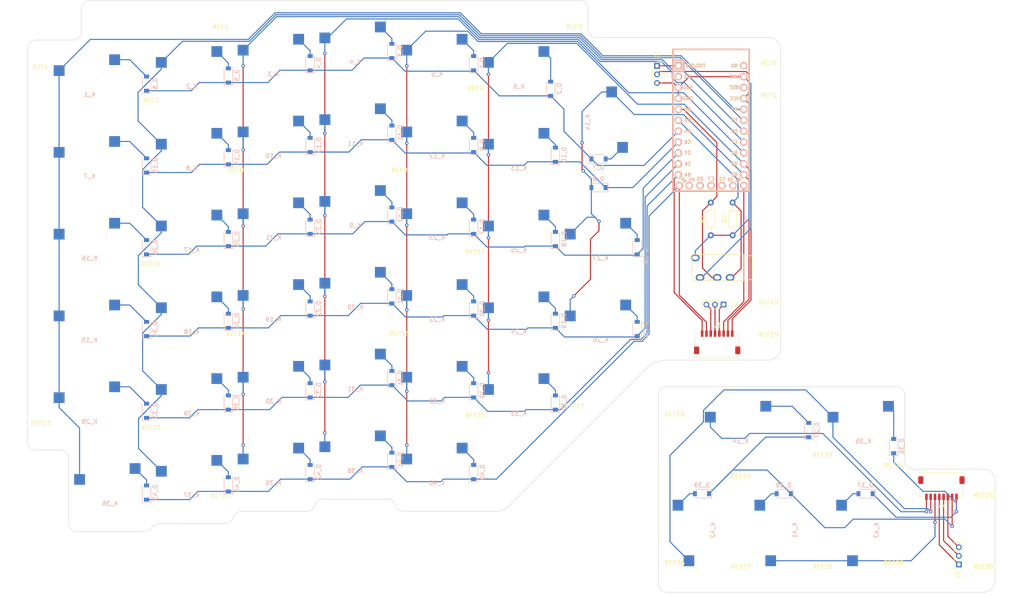
<source format=kicad_pcb>
(kicad_pcb (version 20211014) (generator pcbnew)
  (layers (0 "F.Cu" signal) (31 "B.Cu" signal) (34 "B.Paste" user) (35 "F.Paste" user) (36 "B.SilkS" user "B.Silkscreen") (37 "F.SilkS" user "F.Silkscreen") (38 "B.Mask" user) (39 "F.Mask" user) (44 "Edge.Cuts" user))
  (net 0 "")
  (net 1 "col0")
  (net 2 "col1")
  (net 3 "col2")
  (net 4 "col3")
  (net 5 "col4")
  (net 6 "col5")
  (net 7 "col6")
  (net 8 "row0")
  (net 9 "row1")
  (net 10 "row2")
  (net 11 "row3")
  (net 12 "row4")
  (net 13 "row5")
  (net 14 "Net-(D_5-Pad2)")
  (net 15 "Net-(D_3-Pad2)")
  (net 16 "Net-(D_1-Pad2)")
  (net 17 "Net-(D_2-Pad2)")
  (net 18 "Net-(D_4-Pad2)")
  (net 19 "Net-(D_6-Pad2)")
  (net 20 "Net-(D_12-Pad2)")
  (net 21 "Net-(D_10-Pad2)")
  (net 22 "Net-(D_8-Pad2)")
  (net 23 "Net-(D_7-Pad2)")
  (net 24 "Net-(D_9-Pad2)")
  (net 25 "Net-(D_11-Pad2)")
  (net 26 "Net-(D_18-Pad2)")
  (net 27 "Net-(D_16-Pad2)")
  (net 28 "Net-(D_13-Pad2)")
  (net 29 "Net-(D_15-Pad2)")
  (net 30 "Net-(D_17-Pad2)")
  (net 31 "Net-(D_19-Pad2)")
  (net 32 "Net-(D_25-Pad2)")
  (net 33 "Net-(D_23-Pad2)")
  (net 34 "Net-(D_21-Pad2)")
  (net 35 "Net-(D_20-Pad2)")
  (net 36 "Net-(D_22-Pad2)")
  (net 37 "Net-(D_24-Pad2)")
  (net 38 "Net-(D_26-Pad2)")
  (net 39 "Net-(D_32-Pad2)")
  (net 40 "Net-(D_30-Pad2)")
  (net 41 "Net-(D_28-Pad2)")
  (net 42 "Net-(D_27-Pad2)")
  (net 43 "Net-(D_29-Pad2)")
  (net 44 "Net-(D_31-Pad2)")
  (net 45 "Net-(D_39-Pad2)")
  (net 46 "Net-(D_42-Pad2)")
  (net 47 "Net-(D_37-Pad2)")
  (net 48 "Net-(D_36-Pad2)")
  (net 49 "Net-(D_34-Pad2)")
  (net 50 "Net-(D_33-Pad2)")
  (net 51 "Net-(D_35-Pad2)")
  (net 52 "Net-(D_40-Pad2)")
  (net 53 "Net-(D_41-Pad2)")
  (net 54 "LED_data")
  (net 55 "SDA")
  (net 56 "SCL")
  (net 57 "Vcc")
  (net 58 "Vss_t")
  (net 59 "data_in_t")
  (net 60 "Vdd_t")
  (net 61 "data_in_b")
  (net 62 "ro5_t")
  (net 63 "ro4_t")
  (net 64 "co7_b")
  (net 65 "co5_t")
  (net 66 "co6_t")
  (net 67 "co7_t")
  (net 68 "GND")
  (net 69 "Vss_b")
  (net 70 "Vdd_b")
  (net 71 "Net-(D_38-Pad2)")
  (net 72 "Net-(D_14-Pad2)")
  (footprint "MX_Only:MXOnly-1U-Hotswap" (layer "F.Cu") (at 118.95 147.2925)
    (fp_text reference "K_39")
    (fp_text value "KEYSW")
  )
  (footprint "MX_Only:MXOnly-1U-Hotswap" (layer "F.Cu") (at 118.95 109.1925)
    (fp_text reference "K_19")
    (fp_text value "KEYSW")
  )
  (footprint "MountingHole:MountingHole_2.2mm_M2" (layer "F.Cu") (at 90.37 140.63)
    (fp_text reference "REF20")
    (fp_text value "MountingHole_2.2mm_M2")
  )
  (footprint "MountingHole:MountingHole_2.2mm_M2" (layer "F.Cu") (at 148.29 118.75)
    (fp_text reference "REF15")
    (fp_text value "MountingHole_2.2mm_M2")
  )
  (footprint "MX_Only:MXOnly-1U-Hotswap" (layer "F.Cu") (at 118.95 52.0425)
    (fp_text reference "K_3")
    (fp_text value "KEYSW")
  )
  (footprint "MX_Only:MXOnly-1U-Hotswap" (layer "F.Cu") (at 176.1 93)
    (fp_text reference "K_25")
    (fp_text value "KEYSW")
  )
  (footprint "MountingHole:MountingHole_2.2mm_M2" (layer "F.Cu") (at 189.04 135.66)
    (fp_text reference "REF17")
    (fp_text value "MountingHole_2.2mm_M2")
  )
  (footprint "MX_Only:MXOnly-1U-Hotswap" (layer "F.Cu") (at 99.9 131.1)
    (fp_text reference "K_29")
    (fp_text value "KEYSW")
  )
  (footprint "MX_Only:MXOnly-1U-Hotswap" (layer "F.Cu") (at 99.9 93)
    (fp_text reference "K_17")
    (fp_text value "KEYSW")
  )
  (footprint "MX_Only:MXOnly-2U-Hotswap" (layer "F.Cu") (at 227.792289 137.544018)
    (fp_text reference "K_34")
    (fp_text value "KEYSW")
  )
  (footprint "MountingHole:MountingHole_2.2mm_M2" (layer "F.Cu") (at 234.329999 49.302212)
    (fp_text reference "REF6")
    (fp_text value "MountingHole_2.2mm_M2")
  )
  (footprint "MX_Only:MXOnly-1U-Hotswap" (layer "F.Cu") (at 80.85 152.055)
    (fp_text reference "K_36")
    (fp_text value "KEYSW")
  )
  (footprint "Resistor_THT:R_Axial_DIN0204_L3.6mm_D1.6mm_P7.62mm_Horizontal" (layer "F.Cu") (at 225.9 85.01 -90)
    (fp_text reference "R2")
    (fp_text value "1k")
  )
  (footprint "Connector_PinSocket_2.00mm:PinSocket_1x03_P2.00mm_Vertical" (layer "F.Cu") (at 208.29 53.15)
    (fp_text reference "J1")
    (fp_text value "Conn_01x03_Female")
  )
  (footprint "MX_Only:MXOnly-1U-Hotswap" (layer "F.Cu") (at 138 87.285)
    (fp_text reference "K_9")
    (fp_text value "KEYSW")
  )
  (footprint "MountingHole:MountingHole_2.2mm_M2" (layer "F.Cu") (at 234.327789 56.86)
    (fp_text reference "REF5")
    (fp_text value "MountingHole_2.2mm_M2")
  )
  (footprint "Connector_PinSocket_2.00mm:PinSocket_1x03_P2.00mm_Vertical" (layer "F.Cu") (at 278.601048 169.308259 180)
    (fp_text reference "J7")
    (fp_text value "Conn_01x03_Female")
  )
  (footprint "MountingHole:MountingHole_2.2mm_M2" (layer "F.Cu") (at 165.98 137.79)
    (fp_text reference "REF16")
    (fp_text value "MountingHole_2.2mm_M2")
  )
  (footprint "MountingHole:MountingHole_2.2mm_M2" (layer "F.Cu") (at 227.791048 173.078259)
    (fp_text reference "REF27")
    (fp_text value "MountingHole_2.2mm_M2")
  )
  (footprint "MX_Only:MXOnly-1.5U-Hotswap" (layer "F.Cu") (at 218.2625 161.3625 90)
    (fp_text reference "K_42")
    (fp_text value "KEYSW")
  )
  (footprint "MX_Only:MXOnly-1.5U-Hotswap" (layer "F.Cu") (at 76.0875 113.955)
    (fp_text reference "K_15")
    (fp_text value "KEYSW")
  )
  (footprint "MX_Only:MXOnly-2U-Hotswap" (layer "F.Cu") (at 195.178451 66.317479 -90)
    (fp_text reference "K_14")
    (fp_text value "KEYSW")
  )
  (footprint "MX_Only:MXOnly-1U-Hotswap" (layer "F.Cu") (at 195.15 113.955)
    (fp_text reference "K_26")
    (fp_text value "KEYSW")
  )
  (footprint "MX_Only:MXOnly-1.5U-Hotswap" (layer "F.Cu") (at 237.3125 161.3625 90)
    (fp_text reference "K_41")
    (fp_text value "KEYSW")
  )
  (footprint "MX_Only:MXOnly-1U-Hotswap" (layer "F.Cu") (at 99.9 150.15)
    (fp_text reference "K_37")
    (fp_text value "KEYSW")
  )
  (footprint "MountingHole:MountingHole_2.2mm_M2" (layer "F.Cu") (at 212.413259 137.508259)
    (fp_text reference "REF18")
    (fp_text value "MountingHole_2.2mm_M2")
  )
  (footprint "MountingHole:MountingHole_2.2mm_M2" (layer "F.Cu") (at 227.793259 151.998259)
    (fp_text reference "REF22")
    (fp_text value "MountingHole_2.2mm_M2")
  )
  (footprint "MX_Only:MXOnly-1.5U-Hotswap" (layer "F.Cu") (at 76.0875 133.005)
    (fp_text reference "K_28")
    (fp_text value "KEYSW")
  )
  (footprint "MX_Only:MXOnly-1U-Hotswap" (layer "F.Cu") (at 118.95 71.0925)
    (fp_text reference "K_10")
    (fp_text value "KEYSW")
  )
  (footprint "MX_Only:MXOnly-1U-Hotswap" (layer "F.Cu") (at 99.9 54.9)
    (fp_text reference "K_2")
    (fp_text value "KEYSW")
  )
  (footprint "MX_Only:MXOnly-1U-Hotswap" (layer "F.Cu") (at 176.1 54.9)
    (fp_text reference "K_6")
    (fp_text value "KEYSW")
  )
  (footprint "MountingHole:MountingHole_2.2mm_M2" (layer "F.Cu") (at 106.59 156.57)
    (fp_text reference "REF21")
    (fp_text value "MountingHole_2.2mm_M2")
  )
  (footprint "MountingHole:MountingHole_2.2mm_M2" (layer "F.Cu") (at 90.37 64.43)
    (fp_text reference "REF7")
    (fp_text value "MountingHole_2.2mm_M2")
  )
  (footprint "MountingHole:MountingHole_2.2mm_M2" (layer "F.Cu") (at 212.413259 172.138259)
    (fp_text reference "REF26")
    (fp_text value "MountingHole_2.2mm_M2")
  )
  (footprint "MountingHole:MountingHole_2.2mm_M2" (layer "F.Cu") (at 263.413259 149.458259)
    (fp_text reference "REF24")
    (fp_text value "MountingHole_2.2mm_M2")
  )
  (footprint "Connector_Molex:Molex_Pico-Clasp_202396-0807_1x08-1MP_P1.00mm_Horizontal" (layer "F.Cu") (at 222.31 117.555)
    (fp_text reference "J3")
    (fp_text value "Conn_01x08_Female")
  )
  (footprint "MX_Only:MXOnly-1U-Hotswap" (layer "F.Cu") (at 138 106.335)
    (fp_text reference "K_20")
    (fp_text value "KEYSW")
  )
  (footprint "MX_Only:MXOnly-1U-Hotswap" (layer "F.Cu") (at 157.05 109.1925)
    (fp_text reference "K_22")
    (fp_text value "KEYSW")
  )
  (footprint "MountingHole:MountingHole_2.2mm_M2" (layer "F.Cu") (at 165.98 61.59)
    (fp_text reference "REF4")
    (fp_text value "MountingHole_2.2mm_M2")
  )
  (footprint "Keebio-Parts:TRRS-PJ-320A" (layer "F.Cu") (at 228.5125 100.18 -90)
    (fp_text reference "U2")
    (fp_text value "TRRS")
  )
  (footprint "MountingHole:MountingHole_2.2mm_M2" (layer "F.Cu") (at 106.59 40.92)
    (fp_text reference "REF2")
    (fp_text value "MountingHole_2.2mm_M2")
  )
  (footprint "MX_Only:MXOnly-1U-Hotswap" (layer "F.Cu") (at 138 144.435)
    (fp_text reference "K_38")
    (fp_text value "KEYSW")
  )
  (footprint "MountingHole:MountingHole_2.2mm_M2" (layer "F.Cu") (at 234.327789 118.959999)
    (fp_text reference "REF19")
    (fp_text value "MountingHole_2.2mm_M2")
  )
  (footprint "MX_Only:MXOnly-1U-Hotswap" (layer "F.Cu") (at 157.05 128.2425)
    (fp_text reference "K_32")
    (fp_text value "KEYSW")
  )
  (footprint "MX_Only:MXOnly-1U-Hotswap" (layer "F.Cu") (at 176.1 112.05)
    (fp_text reference "K_24")
    (fp_text value "KEYSW")
  )
  (footprint "MX_Only:MXOnly-1.5U-Hotswap" (layer "F.Cu") (at 76.0875 75.855)
    (fp_text reference "K_7")
    (fp_text value "KEYSW")
  )
  (footprint "MX_Only:MXOnly-1U-Hotswap" (layer "F.Cu") (at 157.05 71.0925)
    (fp_text reference "K_12")
    (fp_text value "KEYSW")
  )
  (footprint "MX_Only:MXOnly-1U-Hotswap" (layer "F.Cu") (at 118.95 128.2425)
    (fp_text reference "K_30")
    (fp_text value "KEYSW")
  )
  (footprint "MountingHole:MountingHole_2.2mm_M2" (layer "F.Cu") (at 110.16 80.66)
    (fp_text reference "REF8")
    (fp_text value "MountingHole_2.2mm_M2")
  )
  (footprint "MX_Only:MXOnly-1U-Hotswap" (layer "F.Cu") (at 195.15 94.905)
    (fp_text reference "K_27")
    (fp_text value "KEYSW")
  )
  (footprint "MountingHole:MountingHole_2.2mm_M2" (layer "F.Cu") (at 110.16 118.75)
    (fp_text reference "REF14")
    (fp_text value "MountingHole_2.2mm_M2")
  )
  (footprint "MX_Only:MXOnly-1U-Hotswap" (layer "F.Cu") (at 138 49.185)
    (fp_text reference "K_4")
    (fp_text value "KEYSW")
  )
  (footprint "MX_Only:MXOnly-1.5U-Hotswap" (layer "F.Cu") (at 76.0875 94.905)
    (fp_text reference "K_16")
    (fp_text value "KEYSW")
  )
  (footprint "MX_Only:MXOnly-1.5U-Hotswap" (layer "F.Cu") (at 256.3625 161.3625 90)
    (fp_text reference "K_43")
    (fp_text value "KEYSW")
  )
  (footprint "MX_Only:MXOnly-1U-Hotswap" (layer "F.Cu") (at 176.1 73.95)
    (fp_text reference "K_13")
    (fp_text value "KEYSW")
  )
  (footprint "MX_Only:MXOnly-1U-Hotswap" (layer "F.Cu") (at 138 68.235)
    (fp_text reference "K_11")
    (fp_text value "KEYSW")
  )
  (footprint "MX_Only:MXOnly-1U-Hotswap" (layer "F.Cu") (at 157.05 147.2925)
    (fp_text reference "K_40")
    (fp_text value "KEYSW")
  )
  (footprint "Keebio-Parts:Elite-C" (layer "F.Cu") (at 220.88 67.10675 -90)
    (fp_text reference "U1" hide)
    (fp_text value "Elite-C" hide)
  )
  (footprint "Connector_Molex:Molex_Pico-Clasp_202396-0807_1x08-1MP_P1.00mm_Horizontal" (layer "F.Cu") (at 274.550289 151.544018 180)
    (fp_text reference "J4")
    (fp_text value "Conn_01x08_Female")
  )
  (footprint "MountingHole:MountingHole_2.2mm_M2" (layer "F.Cu") (at 165.98 99.68)
    (fp_text reference "REF11")
    (fp_text value "MountingHole_2.2mm_M2")
  )
  (footprint "MountingHole:MountingHole_2.2mm_M2" (layer "F.Cu") (at 64.71 139.66)
    (fp_text reference "REF13")
    (fp_text value "MountingHole_2.2mm_M2")
  )
  (footprint "MX_Only:MXOnly-1U-Hotswap" (layer "F.Cu") (at 176.1 131.1)
    (fp_text reference "K_33")
    (fp_text value "KEYSW")
  )
  (footprint "MountingHole:MountingHole_2.2mm_M2" (layer "F.Cu") (at 284.323259 173.048259)
    (fp_text reference "REF30")
    (fp_text value "MountingHole_2.2mm_M2")
  )
  (footprint "MountingHole:MountingHole_2.2mm_M2" (layer "F.Cu") (at 246.841048 173.078259)
    (fp_text reference "REF28")
    (fp_text value "MountingHole_2.2mm_M2")
  )
  (footprint "Connector_PinSocket_2.00mm:PinSocket_1x03_P2.00mm_Vertical" (layer "F.Cu") (at 223.8 108.78 -90)
    (fp_text reference "J2")
    (fp_text value "Conn_01x03_Female")
  )
  (footprint "MountingHole:MountingHole_2.2mm_M2" (layer "F.Cu") (at 64.71 50.19)
    (fp_text reference "REF1")
    (fp_text value "MountingHole_2.2mm_M2")
  )
  (footprint "MountingHole:MountingHole_2.2mm_M2" (layer "F.Cu") (at 284.311048 149.858259)
    (fp_text reference "REF25")
    (fp_text value "MountingHole_2.2mm_M2")
  )
  (footprint "MX_Only:MXOnly-1.5U-Hotswap" (layer "F.Cu") (at 76.0875 56.805)
    (fp_text reference "K_1")
    (fp_text value "KEYSW")
  )
  (footprint "MX_Only:MXOnly-1U-Hotswap" (layer "F.Cu") (at 256.3625 137.5525)
    (fp_text reference "K_35")
    (fp_text value "KEYSW")
  )
  (footprint "MX_Only:MXOnly-1U-Hotswap" (layer "F.Cu") (at 157.05 90.1425)
    (fp_text reference "K_23")
    (fp_text value "KEYSW")
  )
  (footprint "MX_Only:MXOnly-1U-Hotswap" (layer "F.Cu") (at 118.95 90.1425)
    (fp_text reference "K_21")
    (fp_text value "KEYSW")
  )
  (footprint "MX_Only:MXOnly-1U-Hotswap" (layer "F.Cu") (at 99.9 73.95)
    (fp_text reference "K_8")
    (fp_text value "KEYSW")
  )
  (footprint "MountingHole:MountingHole_2.2mm_M2" (layer "F.Cu") (at 234.327789 111.41)
    (fp_text reference "REF12")
    (fp_text value "MountingHole_2.2mm_M2")
  )
  (footprint "MX_Only:MXOnly-1U-Hotswap" (layer "F.Cu") (at 157.05 52.0425)
    (fp_text reference "K_5")
    (fp_text value "KEYSW")
  )
  (footprint "MX_Only:MXOnly-1U-Hotswap" (layer "F.Cu") (at 138 125.385)
    (fp_text reference "K_31")
    (fp_text value "KEYSW")
  )
  (footprint "MountingHole:MountingHole_2.2mm_M2" (layer "F.Cu") (at 189.04 40.92)
    (fp_text reference "REF3")
    (fp_text value "MountingHole_2.2mm_M2")
  )
  (footprint "MountingHole:MountingHole_2.2mm_M2" (layer "F.Cu") (at 148.29 80.66)
    (fp_text reference "REF9")
    (fp_text value "MountingHole_2.2mm_M2")
  )
  (footprint "MountingHole:MountingHole_2.2mm_M2" (layer "F.Cu") (at 263.413259 172.138259)
    (fp_text reference "REF29")
    (fp_text value "MountingHole_2.2mm_M2")
  )
  (footprint "MountingHole:MountingHole_2.2mm_M2" (layer "F.Cu") (at 90.37 102.52)
    (fp_text reference "REF10")
    (fp_text value "MountingHole_2.2mm_M2")
  )
  (footprint "MountingHole:MountingHole_2.2mm_M2" (layer "F.Cu") (at 246.841048 147.098259)
    (fp_text reference "REF23")
    (fp_text value "MountingHole_2.2mm_M2")
  )
  (footprint "MX_Only:MXOnly-1U-Hotswap" (layer "F.Cu") (at 99.9 112.05)
    (fp_text reference "K_18")
    (fp_text value "KEYSW")
  )
  (footprint "Resistor_THT:R_Axial_DIN0204_L3.6mm_D1.6mm_P7.62mm_Horizontal" (layer "F.Cu") (at 220.82 85.01 -90)
    (fp_text reference "R1")
    (fp_text value "1k")
  )
  (footprint "Diode_SMD:D_SOD-123" (layer "B.Cu") (at 184.625 131.6 90)
    (fp_text reference "D_30")
    (fp_text value "D")
  )
  (footprint "Diode_SMD:D_SOD-123" (layer "B.Cu") (at 165.575 90.6425 90)
    (fp_text reference "D_17")
    (fp_text value "D")
  )
  (footprint "Diode_SMD:D_SOD-123" (layer "B.Cu") (at 108.425 112.55 90)
    (fp_text reference "D_24")
    (fp_text value "D")
  )
  (footprint "Diode_SMD:D_SOD-123" (layer "B.Cu") (at 194.648451 81.512479 180)
    (fp_text reference "D_8")
    (fp_text value "D")
  )
  (footprint "Diode_SMD:D_SOD-123" (layer "B.Cu") (at 165.575 52.5425 90)
    (fp_text reference "D_1")
    (fp_text value "D")
  )
  (footprint "Diode_SMD:D_SOD-123" (layer "B.Cu") (at 194.678451 74.842479)
    (fp_text reference "D_7")
    (fp_text value "D")
  )
  (footprint "Diode_SMD:D_SOD-123" (layer "B.Cu") (at 89.375 152.555 90)
    (fp_text reference "D_43")
    (fp_text value "D")
  )
  (footprint "Diode_SMD:D_SOD-123" (layer "B.Cu") (at 89.375 76.355 90)
    (fp_text reference "D_15")
    (fp_text value "D")
  )
  (footprint "Diode_SMD:D_SOD-123" (layer "B.Cu") (at 184.625 93.5 90)
    (fp_text reference "D_18")
    (fp_text value "D")
  )
  (footprint "Diode_SMD:D_SOD-123" (layer "B.Cu") (at 165.575 147.7925 90)
    (fp_text reference "D_40")
    (fp_text value "D")
  )
  (footprint "Diode_SMD:D_SOD-123" (layer "B.Cu") (at 108.425 74.45 90)
    (fp_text reference "D_14")
    (fp_text value "D")
  )
  (footprint "Diode_SMD:D_SOD-123" (layer "B.Cu") (at 127.475 147.7925 90)
    (fp_text reference "D_42")
    (fp_text value "D")
  )
  (footprint "Diode_SMD:D_SOD-123" (layer "B.Cu") (at 108.425 93.5 90)
    (fp_text reference "D_25")
    (fp_text value "D")
  )
  (footprint "Diode_SMD:D_SOD-123" (layer "B.Cu") (at 146.525 49.685 90)
    (fp_text reference "D_3")
    (fp_text value "D")
  )
  (footprint "Diode_SMD:D_SOD-123" (layer "B.Cu") (at 108.425 131.6 90)
    (fp_text reference "D_35")
    (fp_text value "D")
  )
  (footprint "Diode_SMD:D_SOD-123" (layer "B.Cu") (at 89.375 57.305 90)
    (fp_text reference "D_6")
    (fp_text value "D")
  )
  (footprint "Diode_SMD:D_SOD-123" (layer "B.Cu") (at 165.575 109.6925 90)
    (fp_text reference "D_20")
    (fp_text value "D")
  )
  (footprint "Diode_SMD:D_SOD-123" (layer "B.Cu") (at 146.525 106.835 90)
    (fp_text reference "D_21")
    (fp_text value "D")
  )
  (footprint "Diode_SMD:D_SOD-123" (layer "B.Cu") (at 165.575 71.5925 90)
    (fp_text reference "D_9")
    (fp_text value "D")
  )
  (footprint "Diode_SMD:D_SOD-123" (layer "B.Cu") (at 183.51 58.5 90)
    (fp_text reference "D_2")
    (fp_text value "D")
  )
  (footprint "Diode_SMD:D_SOD-123" (layer "B.Cu") (at 184.62 73.86 90)
    (fp_text reference "D_10")
    (fp_text value "D")
  )
  (footprint "Diode_SMD:D_SOD-123" (layer "B.Cu") (at 146.525 144.935 90)
    (fp_text reference "D_41")
    (fp_text value "D")
  )
  (footprint "Diode_SMD:D_SOD-123" (layer "B.Cu") (at 165.575 128.7425 90)
    (fp_text reference "D_29")
    (fp_text value "D")
  )
  (footprint "Diode_SMD:D_SOD-123" (layer "B.Cu") (at 108.425 55.4 90)
    (fp_text reference "D_5")
    (fp_text value "D")
  )
  (footprint "Diode_SMD:D_SOD-123" (layer "B.Cu") (at 89.375 133.505 90)
    (fp_text reference "D_33")
    (fp_text value "D")
  )
  (footprint "Diode_SMD:D_SOD-123" (layer "B.Cu") (at 89.375 114.455 90)
    (fp_text reference "D_34")
    (fp_text value "D")
  )
  (footprint "Diode_SMD:D_SOD-123" (layer "B.Cu") (at 146.525 87.785 90)
    (fp_text reference "D_12")
    (fp_text value "D")
  )
  (footprint "Diode_SMD:D_SOD-123" (layer "B.Cu") (at 203.675 114.455 90)
    (fp_text reference "D_28")
    (fp_text value "D")
  )
  (footprint "Diode_SMD:D_SOD-123" (layer "B.Cu") (at 127.475 71.5925 90)
    (fp_text reference "D_13")
    (fp_text value "D")
  )
  (footprint "Diode_SMD:D_SOD-123" (layer "B.Cu") (at 243.6425 137.9925 90)
    (fp_text reference "D_27")
    (fp_text value "D")
  )
  (footprint "Diode_SMD:D_SOD-123" (layer "B.Cu") (at 184.625 112.55 90)
    (fp_text reference "D_19")
    (fp_text value "D")
  )
  (footprint "Diode_SMD:D_SOD-123" (layer "B.Cu") (at 263.423259 141.738259 90)
    (fp_text reference "D_36")
    (fp_text value "D")
  )
  (footprint "Diode_SMD:D_SOD-123" (layer "B.Cu") (at 203.675 95.405 90)
    (fp_text reference "D_16")
    (fp_text value "D")
  )
  (footprint "Diode_SMD:D_SOD-123" (layer "B.Cu") (at 127.475 90.6425 90)
    (fp_text reference "D_23")
    (fp_text value "D")
  )
  (footprint "Diode_SMD:D_SOD-123" (layer "B.Cu") (at 237.8125 152.8375 180)
    (fp_text reference "D_38")
    (fp_text value "D")
  )
  (footprint "Diode_SMD:D_SOD-123" (layer "B.Cu") (at 256.8625 152.8375 180)
    (fp_text reference "D_37")
    (fp_text value "D")
  )
  (footprint "Diode_SMD:D_SOD-123" (layer "B.Cu") (at 127.475 109.6925 90)
    (fp_text reference "D_22")
    (fp_text value "D")
  )
  (footprint "Diode_SMD:D_SOD-123" (layer "B.Cu") (at 146.525 68.735 90)
    (fp_text reference "D_11")
    (fp_text value "D")
  )
  (footprint "Diode_SMD:D_SOD-123" (layer "B.Cu") (at 89.375 95.405 90)
    (fp_text reference "D_26")
    (fp_text value "D")
  )
  (footprint "Diode_SMD:D_SOD-123" (layer "B.Cu") (at 146.525 125.885 90)
    (fp_text reference "D_31")
    (fp_text value "D")
  )
  (footprint "Diode_SMD:D_SOD-123" (layer "B.Cu") (at 108.425 150.65 90)
    (fp_text reference "D_44")
    (fp_text value "D")
  )
  (footprint "Diode_SMD:D_SOD-123" (layer "B.Cu") (at 218.7625 152.8375 180)
    (fp_text reference "D_39")
    (fp_text value "D")
  )
  (footprint "Diode_SMD:D_SOD-123" (layer "B.Cu") (at 127.475 128.7425 90)
    (fp_text reference "D_32")
    (fp_text value "D")
  )
  (footprint "Diode_SMD:D_SOD-123" (layer "B.Cu") (at 127.475 52.5425 90)
    (fp_text reference "D_4")
    (fp_text value "D")
  )
  (gr_arc (start 74.183451 45.14) (mid 73.597665 46.554214) (end 72.183451 47.14) (layer "Edge.Cuts") (width 0.1))
  (gr_arc (start 90.52 160.82) (mid 89.669059 161.476474) (end 88.62 161.71) (layer "Edge.Cuts") (width 0.1))
  (gr_line (start 208.60105 173.788259) (end 208.601043 129.888259) (layer "Edge.Cuts") (width 0.1))
  (gr_arc (start 264.020708 127.888314) (mid 265.434921 128.4741) (end 266.020708 129.888314) (layer "Edge.Cuts") (width 0.1))
  (gr_line (start 287.053259 149.858261) (end 287.06547 173.048259) (layer "Edge.Cuts") (width 0.1))
  (gr_line (start 173.84 155.66) (end 206.1 123.4) (layer "Edge.Cuts") (width 0.1))
  (gr_arc (start 128.62 155.51875) (mid 129.331374 154.487042) (end 130.52 154.09) (layer "Edge.Cuts") (width 0.1))
  (gr_arc (start 206.1 123.4) (mid 207.972565 122.21157) (end 210.130611 121.7) (layer "Edge.Cuts") (width 0.1))
  (gr_arc (start 73.195 161.71) (mid 71.780786 161.124214) (end 71.195 159.71) (layer "Edge.Cuts") (width 0.1))
  (gr_arc (start 145.495 154.09) (mid 146.683626 154.487042) (end 147.395 155.51875) (layer "Edge.Cuts") (width 0.1))
  (gr_line (start 74.183451 39.87) (end 74.183451 45.14) (layer "Edge.Cuts") (width 0.1))
  (gr_arc (start 284.313259 147.118261) (mid 286.250731 147.920788) (end 287.053259 149.858261) (layer "Edge.Cuts") (width 0.1))
  (gr_line (start 210.601043 127.888259) (end 264.020708 127.888314) (layer "Edge.Cuts") (width 0.1))
  (gr_line (start 71.195 144.66) (end 71.195 159.71) (layer "Edge.Cuts") (width 0.1))
  (gr_line (start 234.329999 46.560001) (end 194.19 46.557479) (layer "Edge.Cuts") (width 0.1))
  (gr_line (start 73.195 161.71) (end 88.62 161.71) (layer "Edge.Cuts") (width 0.1))
  (gr_arc (start 194.19 46.557479) (mid 192.775786 45.971693) (end 192.19 44.557479) (layer "Edge.Cuts") (width 0.1))
  (gr_arc (start 173.84 155.66) (mid 172.338744 156.657776) (end 170.56 156.95) (layer "Edge.Cuts") (width 0.1))
  (gr_arc (start 63.67 142.66) (mid 62.255786 142.074214) (end 61.67 140.66) (layer "Edge.Cuts") (width 0.1))
  (gr_arc (start 74.183451 39.87) (mid 74.769237 38.455786) (end 76.183451 37.87) (layer "Edge.Cuts") (width 0.1))
  (gr_line (start 284.32547 175.788259) (end 210.60105 175.788259) (layer "Edge.Cuts") (width 0.1))
  (gr_line (start 210.130611 121.7) (end 234.33 121.699999) (layer "Edge.Cuts") (width 0.1))
  (gr_arc (start 208.601043 129.888259) (mid 209.186829 128.474046) (end 210.601043 127.888259) (layer "Edge.Cuts") (width 0.1))
  (gr_arc (start 287.06547 173.048259) (mid 286.262943 174.985731) (end 284.32547 175.788259) (layer "Edge.Cuts") (width 0.1))
  (gr_line (start 190.19 37.87) (end 76.183451 37.87) (layer "Edge.Cuts") (width 0.1))
  (gr_arc (start 237.07 118.959999) (mid 236.267473 120.897472) (end 234.33 121.699999) (layer "Edge.Cuts") (width 0.1))
  (gr_line (start 61.67 49.14) (end 61.67 140.66) (layer "Edge.Cuts") (width 0.1))
  (gr_arc (start 234.329999 46.560001) (mid 236.267472 47.362528) (end 237.069999 49.300001) (layer "Edge.Cuts") (width 0.1))
  (gr_line (start 266.020708 129.888314) (end 266.021155 145.128494) (layer "Edge.Cuts") (width 0.1))
  (gr_arc (start 268.021155 147.128494) (mid 266.606942 146.542708) (end 266.021155 145.128494) (layer "Edge.Cuts") (width 0.1))
  (gr_line (start 92.42 159.81) (end 107.655 159.805) (layer "Edge.Cuts") (width 0.1))
  (gr_line (start 268.021155 147.128494) (end 284.313259 147.118261) (layer "Edge.Cuts") (width 0.1))
  (gr_arc (start 61.67 49.14) (mid 62.255786 47.725786) (end 63.67 47.14) (layer "Edge.Cuts") (width 0.1))
  (gr_line (start 130.52 154.09) (end 145.495 154.09) (layer "Edge.Cuts") (width 0.1))
  (gr_arc (start 90.52 160.82) (mid 91.344117 160.07819) (end 92.42 159.81) (layer "Edge.Cuts") (width 0.1))
  (gr_arc (start 149.295 156.9475) (mid 148.106374 156.550458) (end 147.395 155.51875) (layer "Edge.Cuts") (width 0.1))
  (gr_line (start 192.19 44.557479) (end 192.19 39.87) (layer "Edge.Cuts") (width 0.1))
  (gr_line (start 237.07 118.959999) (end 237.069999 49.300001) (layer "Edge.Cuts") (width 0.1))
  (gr_arc (start 109.555 158.37625) (mid 110.266374 157.344542) (end 111.455 156.9475) (layer "Edge.Cuts") (width 0.1))
  (gr_arc (start 69.195 142.66) (mid 70.609214 143.245786) (end 71.195 144.66) (layer "Edge.Cuts") (width 0.1))
  (gr_arc (start 128.62 155.51875) (mid 127.908626 156.550457) (end 126.72 156.9475) (layer "Edge.Cuts") (width 0.1))
  (gr_arc (start 190.19 37.87) (mid 191.604214 38.455786) (end 192.19 39.87) (layer "Edge.Cuts") (width 0.1))
  (gr_arc (start 109.555 158.37625) (mid 108.843626 159.407957) (end 107.655 159.805) (layer "Edge.Cuts") (width 0.1))
  (gr_line (start 149.295 156.9475) (end 170.56 156.95) (layer "Edge.Cuts") (width 0.1))
  (gr_line (start 63.67 142.66) (end 69.195 142.66) (layer "Edge.Cuts") (width 0.1))
  (gr_line (start 72.183451 47.14) (end 63.67 47.14) (layer "Edge.Cuts") (width 0.1))
  (gr_arc (start 210.60105 175.788259) (mid 209.186837 175.202473) (end 208.60105 173.788259) (layer "Edge.Cuts") (width 0.1))
  (gr_line (start 111.455 156.9475) (end 126.72 156.9475) (layer "Edge.Cuts") (width 0.1))
  (segment (start 200.258451 72.159479) (end 197.575451 74.842479) (width 0.25) (layer "B.Cu") (net 0))
  (segment (start 197.575451 74.842479) (end 196.328451 74.842479) (width 0.25) (layer "B.Cu") (net 0))
  (segment (start 149.985 109.985) (end 149.985 129.005) (width 0.25) (layer "F.Cu") (net 1))
  (segment (start 149.985 71.205) (end 149.985 90.285) (width 0.25) (layer "F.Cu") (net 1))
  (segment (start 149.985 53.1575) (end 149.985 71.205) (width 0.25) (layer "F.Cu") (net 1))
  (segment (start 149.985 129.005) (end 149.985 141.5175) (width 0.25) (layer "F.Cu") (net 1))
  (segment (start 149.985 90.285) (end 149.985 109.985) (width 0.25) (layer "F.Cu") (net 1))
  (via (at 149.985 90.285) (size 0.8) (drill 0.4) (layers "F.Cu" "B.Cu") (net 1))
  (via (at 149.985 109.985) (size 0.8) (drill 0.4) (layers "F.Cu" "B.Cu") (net 1))
  (via (at 149.985 53.1575) (size 0.8) (drill 0.4) (layers "F.Cu" "B.Cu") (net 1))
  (via (at 149.985 141.5175) (size 0.8) (drill 0.4) (layers "F.Cu" "B.Cu") (net 1))
  (via (at 149.985 71.205) (size 0.8) (drill 0.4) (layers "F.Cu" "B.Cu") (net 1))
  (via (at 149.985 129.005) (size 0.8) (drill 0.4) (layers "F.Cu" "B.Cu") (net 1))
  (segment (start 149.965 109.965) (end 149.985 109.985) (width 0.25) (layer "B.Cu") (net 1))
  (segment (start 149.965 71.185) (end 149.985 71.205) (width 0.25) (layer "B.Cu") (net 1))
  (segment (start 149.965 128.985) (end 149.985 129.005) (width 0.25) (layer "B.Cu") (net 1))
  (segment (start 149.965 125.7025) (end 149.965 128.985) (width 0.25) (layer "B.Cu") (net 1))
  (segment (start 149.98 141.5225) (end 149.98 144.76) (width 0.25) (layer "B.Cu") (net 1))
  (segment (start 154.379521 45.087979) (end 149.965 49.5025) (width 0.25) (layer "B.Cu") (net 1))
  (segment (start 228.5 73.45675) (end 214.46325 59.42) (width 0.25) (layer "B.Cu") (net 1))
  (segment (start 149.965 106.6525) (end 149.965 109.965) (width 0.25) (layer "B.Cu") (net 1))
  (segment (start 189.791671 47.495959) (end 166.599481 47.495959) (width 0.25) (layer "B.Cu") (net 1))
  (segment (start 214.46325 59.42) (end 201.715712 59.42) (width 0.25) (layer "B.Cu") (net 1))
  (segment (start 166.599481 47.495959) (end 164.191501 45.087979) (width 0.25) (layer "B.Cu") (net 1))
  (segment (start 149.965 68.5525) (end 149.965 71.185) (width 0.25) (layer "B.Cu") (net 1))
  (segment (start 149.98 49.51) (end 149.98 53.1525) (width 0.25) (layer "B.Cu") (net 1))
  (segment (start 201.715712 59.42) (end 189.791671 47.495959) (width 0.25) (layer "B.Cu") (net 1))
  (segment (start 149.965 87.6025) (end 149.965 90.265) (width 0.25) (layer "B.Cu") (net 1))
  (segment (start 149.965 90.265) (end 149.985 90.285) (width 0.25) (layer "B.Cu") (net 1))
  (segment (start 164.191501 45.087979) (end 154.379521 45.087979) (width 0.25) (layer "B.Cu") (net 1))
  (segment (start 111.87 129.69) (end 111.87 141.51) (width 0.25) (layer "F.Cu") (net 2))
  (segment (start 111.87 90.51) (end 111.87 109.84) (width 0.25) (layer "F.Cu") (net 2))
  (segment (start 111.87 72.74) (end 111.87 90.51) (width 0.25) (layer "F.Cu") (net 2))
  (segment (start 111.87 53.15) (end 111.87 72.74) (width 0.25) (layer "F.Cu") (net 2))
  (segment (start 111.87 109.84) (end 111.87 129.69) (width 0.25) (layer "F.Cu") (net 2))
  (via (at 111.87 109.84) (size 0.8) (drill 0.4) (layers "F.Cu" "B.Cu") (net 2))
  (via (at 111.87 90.51) (size 0.8) (drill 0.4) (layers "F.Cu" "B.Cu") (net 2))
  (via (at 111.87 141.51) (size 0.8) (drill 0.4) (layers "F.Cu" "B.Cu") (net 2))
  (via (at 111.87 129.69) (size 0.8) (drill 0.4) (layers "F.Cu" "B.Cu") (net 2))
  (via (at 111.87 72.74) (size 0.8) (drill 0.4) (layers "F.Cu" "B.Cu") (net 2))
  (via (at 111.87 53.15) (size 0.8) (drill 0.4) (layers "F.Cu" "B.Cu") (net 2))
  (segment (start 190.216919 46.596919) (end 166.971877 46.596919) (width 0.25) (layer "B.Cu") (net 2))
  (segment (start 111.865 106.6525) (end 111.865 109.835) (width 0.25) (layer "B.Cu") (net 2))
  (segment (start 226.372468 63.29675) (end 228.5 63.29675) (width 0.25) (layer "B.Cu") (net 2))
  (segment (start 69.0025 132.767091) (end 73.765 137.529591) (width 0.25) (layer "B.Cu") (net 2))
  (segment (start 111.865 141.515) (end 111.865 144.7525) (width 0.25) (layer "B.Cu") (net 2))
  (segment (start 76.26702 47.00048) (end 113.095584 47.00048) (width 0.25) (layer "B.Cu") (net 2))
  (segment (start 69.0025 54.265) (end 76.26702 47.00048) (width 0.25) (layer "B.Cu") (net 2))
  (segment (start 228.5 68.37675) (end 214.599189 54.475939) (width 0.25) (layer "B.Cu") (net 2))
  (segment (start 162.437834 40.79144) (end 167.344273 45.697879) (width 0.25) (layer "B.Cu") (net 2))
  (segment (start 119.67702 41.69048) (end 111.865 49.5025) (width 0.25) (layer "B.Cu") (net 2))
  (segment (start 111.865 129.685) (end 111.87 129.69) (width 0.25) (layer "B.Cu") (net 2))
  (segment (start 212.250679 54.475939) (end 209.475708 51.700969) (width 0.25) (layer "B.Cu") (net 2))
  (segment (start 190.589313 45.697879) (end 195.693365 50.801929) (width 0.25) (layer "B.Cu") (net 2))
  (segment (start 209.475708 51.700969) (end 195.320969 51.700969) (width 0.25) (layer "B.Cu") (net 2))
  (segment (start 69.0025 54.265) (end 69.0025 132.767091) (width 0.25) (layer "B.Cu") (net 2))
  (segment (start 166.971877 46.596919) (end 162.065438 41.69048) (width 0.25) (layer "B.Cu") (net 2))
  (segment (start 167.344273 45.697879) (end 190.589313 45.697879) (width 0.25) (layer "B.Cu") (net 2))
  (segment (start 111.865 68.5525) (end 111.865 72.735) (width 0.25) (layer "B.Cu") (net 2))
  (segment (start 111.865 109.835) (end 111.87 109.84) (width 0.25) (layer "B.Cu") (net 2))
  (segment (start 111.865 53.145) (end 111.87 53.15) (width 0.25) (layer "B.Cu") (net 2))
  (segment (start 111.865 49.5025) (end 111.865 53.145) (width 0.25) (layer "B.Cu") (net 2))
  (segment (start 111.87 141.51) (end 111.865 141.515) (width 0.25) (layer "B.Cu") (net 2))
  (segment (start 119.304626 40.79144) (end 162.437834 40.79144) (width 0.25) (layer "B.Cu") (net 2))
  (segment (start 111.865 90.505) (end 111.87 90.51) (width 0.25) (layer "B.Cu") (net 2))
  (segment (start 195.320969 51.700969) (end 190.216919 46.596919) (width 0.25) (layer "B.Cu") (net 2))
  (segment (start 162.065438 41.69048) (end 119.67702 41.69048) (width 0.25) (layer "B.Cu") (net 2))
  (segment (start 73.765 137.529591) (end 73.765 149.515) (width 0.25) (layer "B.Cu") (net 2))
  (segment (start 113.095584 47.00048) (end 119.304626 40.79144) (width 0.25) (layer "B.Cu") (net 2))
  (segment (start 111.865 87.6025) (end 111.865 90.505) (width 0.25) (layer "B.Cu") (net 2))
  (segment (start 195.693365 50.801929) (end 213.877647 50.801929) (width 0.25) (layer "B.Cu") (net 2))
  (segment (start 214.599189 54.475939) (end 212.250679 54.475939) (width 0.25) (layer "B.Cu") (net 2))
  (segment (start 111.865 72.735) (end 111.87 72.74) (width 0.25) (layer "B.Cu") (net 2))
  (segment (start 111.865 125.7025) (end 111.865 129.685) (width 0.25) (layer "B.Cu") (net 2))
  (segment (start 213.877647 50.801929) (end 226.372468 63.29675) (width 0.25) (layer "B.Cu") (net 2))
  (segment (start 271.050289 153.569018) (end 271.050289 157.029018) (width 0.25) (layer "F.Cu") (net 3))
  (via (at 271.050289 157.029018) (size 0.8) (drill 0.4) (layers "F.Cu" "B.Cu") (net 3))
  (segment (start 265.124018 157.029018) (end 246.888539 138.793539) (width 0.25) (layer "B.Cu") (net 3))
  (segment (start 229.892222 138.793539) (end 228.746743 139.939018) (width 0.25) (layer "B.Cu") (net 3))
  (segment (start 220.707289 137.306109) (end 220.707289 135.004018) (width 0.25) (layer "B.Cu") (net 3))
  (segment (start 246.888539 138.793539) (end 229.892222 138.793539) (width 0.25) (layer "B.Cu") (net 3))
  (segment (start 271.050289 157.029018) (end 265.124018 157.029018) (width 0.25) (layer "B.Cu") (net 3))
  (segment (start 228.746743 139.939018) (end 223.340198 139.939018) (width 0.25) (layer "B.Cu") (net 3))
  (segment (start 223.340198 139.939018) (end 220.707289 137.306109) (width 0.25) (layer "B.Cu") (net 3))
  (segment (start 230.17952 107.726198) (end 230.17952 77.67627) (width 0.25) (layer "F.Cu") (net 4))
  (segment (start 230.17952 77.67627) (end 228.5 75.99675) (width 0.25) (layer "F.Cu") (net 4))
  (segment (start 169.02 55.15) (end 169.02 73.86) (width 0.25) (layer "F.Cu") (net 4))
  (segment (start 225.81 115.53) (end 225.81 112.095718) (width 0.25) (layer "F.Cu") (net 4))
  (segment (start 225.81 112.095718) (end 230.17952 107.726198) (width 0.25) (layer "F.Cu") (net 4))
  (segment (start 169.02 124.65) (end 169.02 112.42) (width 0.25) (layer "F.Cu") (net 4))
  (segment (start 169.02 112.42) (end 169.02 93.24) (width 0.25) (layer "F.Cu") (net 4))
  (segment (start 169.02 93.24) (end 169.02 73.86) (width 0.25) (layer "F.Cu") (net 4))
  (via (at 169.02 73.86) (size 0.8) (drill 0.4) (layers "F.Cu" "B.Cu") (net 4))
  (via (at 169.02 124.65) (size 0.8) (drill 0.4) (layers "F.Cu" "B.Cu") (net 4))
  (via (at 169.02 93.24) (size 0.8) (drill 0.4) (layers "F.Cu" "B.Cu") (net 4))
  (via (at 169.02 112.42) (size 0.8) (drill 0.4) (layers "F.Cu" "B.Cu") (net 4))
  (via (at 169.02 55.15) (size 0.8) (drill 0.4) (layers "F.Cu" "B.Cu") (net 4))
  (segment (start 173.429521 47.945479) (end 169.015 52.36) (width 0.25) (layer "B.Cu") (net 4))
  (segment (start 169.02 71.415) (end 169.015 71.41) (width 0.25) (layer "B.Cu") (net 4))
  (segment (start 169.015 90.46) (end 169.015 93.235) (width 0.25) (layer "B.Cu") (net 4))
  (segment (start 214.599189 62.095939) (end 203.755933 62.095939) (width 0.25) (layer "B.Cu") (net 4))
  (segment (start 169.02 73.86) (end 169.02 71.415) (width 0.25) (layer "B.Cu") (net 4))
  (segment (start 169.015 112.415) (end 169.02 112.42) (width 0.25) (layer "B.Cu") (net 4))
  (segment (start 228.5 75.99675) (end 214.599189 62.095939) (width 0.25) (layer "B.Cu") (net 4))
  (segment (start 203.755933 62.095939) (end 189.605473 47.945479) (width 0.25) (layer "B.Cu") (net 4))
  (segment (start 169.015 109.51) (end 169.015 112.415) (width 0.25) (layer "B.Cu") (net 4))
  (segment (start 169.015 55.145) (end 169.02 55.15) (width 0.25) (layer "B.Cu") (net 4))
  (segment (start 169.015 52.36) (end 169.015 55.145) (width 0.25) (layer "B.Cu") (net 4))
  (segment (start 189.605473 47.945479) (end 173.429521 47.945479) (width 0.25) (layer "B.Cu") (net 4))
  (segment (start 169.015 124.655) (end 169.015 128.56) (width 0.25) (layer "B.Cu") (net 4))
  (segment (start 169.02 124.65) (end 169.015 124.655) (width 0.25) (layer "B.Cu") (net 4))
  (segment (start 169.015 93.235) (end 169.02 93.24) (width 0.25) (layer "B.Cu") (net 4))
  (segment (start 272.050289 153.569018) (end 272.050289 157.029018) (width 0.25) (layer "F.Cu") (net 5))
  (via (at 272.050289 157.029018) (size 0.8) (drill 0.4) (layers "F.Cu" "B.Cu") (net 5))
  (segment (start 242.925497 128.660497) (end 249.2775 135.0125) (width 0.25) (layer "B.Cu") (net 5))
  (segment (start 272.050289 157.004404) (end 271.350392 156.304507) (width 0.25) (layer "B.Cu") (net 5))
  (segment (start 92.815 128.56) (end 92.815 130.015978) (width 0.25) (layer "B.Cu") (net 5))
  (segment (start 87.39 65.985) (end 92.815 71.41) (width 0.25) (layer "B.Cu") (net 5))
  (segment (start 195.507167 51.251449) (end 190.403116 46.147399) (width 0.25) (layer "B.Cu") (net 5))
  (segment (start 97.725 47.45) (end 92.815 52.36) (width 0.25) (layer "B.Cu") (net 5))
  (segment (start 88.450489 86.095489) (end 92.815 90.46) (width 0.25) (layer "B.Cu") (net 5))
  (segment (start 87.5 135.330978) (end 87.5 142.295) (width 0.25) (layer "B.Cu") (net 5))
  (segment (start 190.403116 46.147399) (end 167.158075 46.147399) (width 0.25) (layer "B.Cu") (net 5))
  (segment (start 211.307979 164.032979) (end 211.307979 143.913539) (width 0.25) (layer "B.Cu") (net 5))
  (segment (start 92.815 109.51) (end 92.815 111.064022) (width 0.25) (layer "B.Cu") (net 5))
  (segment (start 271.350392 156.304507) (end 265.919507 156.304507) (width 0.25) (layer "B.Cu") (net 5))
  (segment (start 228.5 65.83675) (end 228.27675 65.83675) (width 0.25) (layer "B.Cu") (net 5))
  (segment (start 92.815 52.36) (end 92.815 53.914022) (width 0.25) (layer "B.Cu") (net 5))
  (segment (start 92.815 90.46) (end 92.815 92.014022) (width 0.25) (layer "B.Cu") (net 5))
  (segment (start 211.307979 143.913539) (end 219.107778 136.11374) (width 0.25) (layer "B.Cu") (net 5))
  (segment (start 92.815 71.41) (end 92.815 72.964022) (width 0.25) (layer "B.Cu") (net 5))
  (segment (start 88.450489 124.195489) (end 92.815 128.56) (width 0.25) (layer "B.Cu") (net 5))
  (segment (start 223.876788 128.660497) (end 242.925497 128.660497) (width 0.25) (layer "B.Cu") (net 5))
  (segment (start 92.815 111.064022) (end 88.450489 115.428533) (width 0.25) (layer "B.Cu") (net 5))
  (segment (start 87.39 59.339022) (end 87.39 65.985) (width 0.25) (layer "B.Cu") (net 5))
  (segment (start 249.2775 139.6625) (end 249.2775 135.0125) (width 0.25) (layer "B.Cu") (net 5))
  (segment (start 213.691449 51.251449) (end 195.507167 51.251449) (width 0.25) (layer "B.Cu") (net 5))
  (segment (start 88.450489 115.428533) (end 88.450489 124.195489) (width 0.25) (layer "B.Cu") (net 5))
  (segment (start 113.281782 47.45) (end 97.725 47.45) (width 0.25) (layer "B.Cu") (net 5))
  (segment (start 265.919507 156.304507) (end 249.2775 139.6625) (width 0.25) (layer "B.Cu") (net 5))
  (segment (start 167.158075 46.147399) (end 162.251635 41.24096) (width 0.25) (layer "B.Cu") (net 5))
  (segment (start 92.815 130.015978) (end 87.5 135.330978) (width 0.25) (layer "B.Cu") (net 5))
  (segment (start 92.815 53.914022) (end 87.39 59.339022) (width 0.25) (layer "B.Cu") (net 5))
  (segment (start 219.107778 133.429507) (end 223.876788 128.660497) (width 0.25) (layer "B.Cu") (net 5))
  (segment (start 92.815 72.964022) (end 88.450489 77.328533) (width 0.25) (layer "B.Cu") (net 5))
  (segment (start 215.7225 168.4475) (end 211.307979 164.032979) (width 0.25) (layer "B.Cu") (net 5))
  (segment (start 88.450489 77.328533) (end 88.450489 86.095489) (width 0.25) (layer "B.Cu") (net 5))
  (segment (start 272.050289 157.029018) (end 272.050289 157.004404) (width 0.25) (layer "B.Cu") (net 5))
  (segment (start 92.815 92.014022) (end 87.46 97.369022) (width 0.25) (layer "B.Cu") (net 5))
  (segment (start 87.46 97.369022) (end 87.46 104.155) (width 0.25) (layer "B.Cu") (net 5))
  (segment (start 228.27675 65.83675) (end 213.691449 51.251449) (width 0.25) (layer "B.Cu") (net 5))
  (segment (start 119.490823 41.24096) (end 113.281782 47.45) (width 0.25) (layer "B.Cu") (net 5))
  (segment (start 87.5 142.295) (end 92.815 147.61) (width 0.25) (layer "B.Cu") (net 5))
  (segment (start 219.107778 136.11374) (end 219.107778 133.429507) (width 0.25) (layer "B.Cu") (net 5))
  (segment (start 162.251635 41.24096) (end 119.490823 41.24096) (width 0.25) (layer "B.Cu") (net 5))
  (segment (start 87.46 104.155) (end 92.815 109.51) (width 0.25) (layer "B.Cu") (net 5))
  (segment (start 130.905 106.835) (end 130.905 126.795) (width 0.25) (layer "F.Cu") (net 6))
  (segment (start 130.905 126.795) (end 130.905 138.6475) (width 0.25) (layer "F.Cu") (net 6))
  (segment (start 130.905 88.075) (end 130.905 106.835) (width 0.25) (layer "F.Cu") (net 6))
  (segment (start 130.905 68.915) (end 130.905 88.075) (width 0.25) (layer "F.Cu") (net 6))
  (segment (start 130.905 50.2875) (end 130.905 68.915) (width 0.25) (layer "F.Cu") (net 6))
  (via (at 130.905 88.075) (size 0.8) (drill 0.4) (layers "F.Cu" "B.Cu") (net 6))
  (via (at 130.905 50.2875) (size 0.8) (drill 0.4) (layers "F.Cu" "B.Cu") (net 6))
  (via (at 130.905 106.835) (size 0.8) (drill 0.4) (layers "F.Cu" "B.Cu") (net 6))
  (via (at 130.905 138.6475) (size 0.8) (drill 0.4) (layers "F.Cu" "B.Cu") (net 6))
  (via (at 130.905 126.795) (size 0.8) (drill 0.4) (layers "F.Cu" "B.Cu") (net 6))
  (via (at 130.905 68.915) (size 0.8) (drill 0.4) (layers "F.Cu" "B.Cu") (net 6))
  (segment (start 130.915 106.825) (end 130.905 106.835) (width 0.25) (layer "B.Cu") (net 6))
  (segment (start 130.915 103.795) (end 130.915 106.825) (width 0.25) (layer "B.Cu") (net 6))
  (segment (start 228.5 70.91675) (end 214.599189 57.015939) (width 0.25) (layer "B.Cu") (net 6))
  (segment (start 211.846419 55.961373) (end 211.846419 54.707397) (width 0.25) (layer "B.Cu") (net 6))
  (segment (start 214.599189 57.015939) (end 212.900985 57.015939) (width 0.25) (layer "B.Cu") (net 6))
  (segment (start 130.915 65.695) (end 130.915 68.905) (width 0.25) (layer "B.Cu") (net 6))
  (segment (start 130.9 138.6525) (end 130.9 141.89) (width 0.25) (layer "B.Cu") (net 6))
  (segment (start 211.846419 54.707397) (end 209.289511 52.150489) (width 0.25) (layer "B.Cu") (net 6))
  (segment (start 130.915 88.065) (end 130.905 88.075) (width 0.25) (layer "B.Cu") (net 6))
  (segment (start 195.081919 52.150489) (end 189.977868 47.046439) (width 0.25) (layer "B.Cu") (net 6))
  (segment (start 130.915 84.745) (end 130.915 88.065) (width 0.25) (layer "B.Cu") (net 6))
  (segment (start 212.900985 57.015939) (end 211.846419 55.961373) (width 0.25) (layer "B.Cu") (net 6))
  (segment (start 131.539026 46.645) (end 130.915 46.645) (width 0.25) (layer "B.Cu") (net 6))
  (segment (start 130.915 122.845) (end 130.915 126.785) (width 0.25) (layer "B.Cu") (net 6))
  (segment (start 161.969719 42.230479) (end 135.953547 42.230479) (width 0.25) (layer "B.Cu") (net 6))
  (segment (start 209.289511 52.150489) (end 195.081919 52.150489) (width 0.25) (layer "B.Cu") (net 6))
  (segment (start 130.9 46.64) (end 130.9 50.2825) (width 0.25) (layer "B.Cu") (net 6))
  (segment (start 135.953547 42.230479) (end 131.539026 46.645) (width 0.25) (layer "B.Cu") (net 6))
  (segment (start 166.785679 47.046439) (end 161.969719 42.230479) (width 0.25) (layer "B.Cu") (net 6))
  (segment (start 130.915 126.785) (end 130.905 126.795) (width 0.25) (layer "B.Cu") (net 6))
  (segment (start 189.977868 47.046439) (end 166.785679 47.046439) (width 0.25) (layer "B.Cu") (net 6))
  (segment (start 130.915 68.905) (end 130.905 68.915) (width 0.25) (layer "B.Cu") (net 6))
  (segment (start 228.5 78.53675) (end 229.73 79.76675) (width 0.25) (layer "F.Cu") (net 7))
  (segment (start 224.81 112.46) (end 224.81 115.53) (width 0.25) (layer "F.Cu") (net 7))
  (segment (start 192.781579 93.574395) (end 194.77 91.585974) (width 0.25) (layer "F.Cu") (net 7))
  (segment (start 188.91 106.77) (end 192.781579 102.898421) (width 0.25) (layer "F.Cu") (net 7))
  (segment (start 192.781579 102.898421) (end 192.781579 95.41) (width 0.25) (layer "F.Cu") (net 7))
  (segment (start 229.73 107.54) (end 224.81 112.46) (width 0.25) (layer "F.Cu") (net 7))
  (segment (start 229.73 79.76675) (end 229.73 107.54) (width 0.25) (layer "F.Cu") (net 7))
  (segment (start 190.83 77.36) (end 190.83 71.06) (width 0.25) (layer "F.Cu") (net 7))
  (segment (start 192.781579 95.41) (end 192.781579 93.574395) (width 0.25) (layer "F.Cu") (net 7))
  (segment (start 194.77 91.585974) (end 194.77 89.39) (width 0.25) (layer "F.Cu") (net 7))
  (segment (start 191.11 77.64) (end 190.83 77.36) (width 0.25) (layer "F.Cu") (net 7))
  (via (at 190.83 71.06) (size 0.8) (drill 0.4) (layers "F.Cu" "B.Cu") (net 7))
  (via (at 194.77 89.39) (size 0.8) (drill 0.4) (layers "F.Cu" "B.Cu") (net 7))
  (via (at 188.91 106.77) (size 0.8) (drill 0.4) (layers "F.Cu" "B.Cu") (net 7))
  (via (at 191.11 77.64) (size 0.8) (drill 0.4) (layers "F.Cu" "B.Cu") (net 7))
  (segment (start 192.998451 81.512479) (end 192.998451 79.528451) (width 0.25) (layer "B.Cu") (net 7))
  (segment (start 224.39 74.42675) (end 214.460811 64.497561) (width 0.25) (layer "B.Cu") (net 7))
  (segment (start 192.005 88.425) (end 193.805 88.425) (width 0.25) (layer "B.Cu") (net 7))
  (segment (start 214.460811 64.497561) (end 202.983533 64.497561) (width 0.25) (layer "B.Cu") (net 7))
  (segment (start 224.39 74.43) (end 224.39325 74.43) (width 0.25) (layer "B.Cu") (net 7))
  (segment (start 193.805 88.425) (end 192.998451 87.618451) (width 0.25) (layer "B.Cu") (net 7))
  (segment (start 224.39325 74.43) (end 228.5 78.53675) (width 0.25) (layer "B.Cu") (net 7))
  (segment (start 197.718451 59.232479) (end 195.41636 59.232479) (width 0.25) (layer "B.Cu") (net 7))
  (segment (start 188.065 92.365) (end 192.005 88.425) (width 0.25) (layer "B.Cu") (net 7))
  (segment (start 188.065 107.615) (end 188.91 106.77) (width 0.25) (layer "B.Cu") (net 7))
  (segment (start 194.77 89.39) (end 193.805 88.425) (width 0.25) (layer "B.Cu") (net 7))
  (segment (start 224.39 74.43) (end 224.39 74.42675) (width 0.25) (layer "B.Cu") (net 7))
  (segment (start 202.983533 64.497561) (end 197.718451 59.232479) (width 0.25) (layer "B.Cu") (net 7))
  (segment (start 195.41636 59.232479) (end 190.83 63.818839) (width 0.25) (layer "B.Cu") (net 7))
  (segment (start 192.998451 79.528451) (end 191.11 77.64) (width 0.25) (layer "B.Cu") (net 7))
  (segment (start 192.998451 87.618451) (end 192.998451 81.512479) (width 0.25) (layer "B.Cu") (net 7))
  (segment (start 190.83 63.818839) (end 190.83 71.06) (width 0.25) (layer "B.Cu") (net 7))
  (segment (start 188.065 111.415) (end 188.065 107.615) (width 0.25) (layer "B.Cu") (net 7))
  (segment (start 149.600921 54.410921) (end 146.525 51.335) (width 0.25) (layer "B.Cu") (net 8))
  (segment (start 186.6 68.414028) (end 186.6 63.24) (width 0.25) (layer "B.Cu") (net 8))
  (segment (start 186.6 63.24) (end 183.51 60.15) (width 0.25) (layer "B.Cu") (net 8))
  (segment (start 205.279792 76.356958) (end 194.54293 76.356958) (width 0.25) (layer "B.Cu") (net 8))
  (segment (start 165.575 54.1925) (end 165.356579 54.410921) (width 0.25) (layer "B.Cu") (net 8))
  (segment (start 146.525 51.335) (end 140.055 51.335) (width 0.25) (layer "B.Cu") (net 8))
  (segment (start 213.26 68.37675) (end 205.279792 76.356958) (width 0.25) (layer "B.Cu") (net 8))
  (segment (start 165.356579 54.410921) (end 149.600921 54.410921) (width 0.25) (layer "B.Cu") (net 8))
  (segment (start 193.028451 74.842479) (end 186.6 68.414028) (width 0.25) (layer "B.Cu") (net 8))
  (segment (start 137.1975 54.1925) (end 127.475 54.1925) (width 0.25) (layer "B.Cu") (net 8))
  (segment (start 127.475 54.1925) (end 120.4575 54.1925) (width 0.25) (layer "B.Cu") (net 8))
  (segment (start 117.6 57.05) (end 108.425 57.05) (width 0.25) (layer "B.Cu") (net 8))
  (segment (start 101.66 57.05) (end 99.755 58.955) (width 0.25) (layer "B.Cu") (net 8))
  (segment (start 108.425 57.05) (end 101.66 57.05) (width 0.25) (layer "B.Cu") (net 8))
  (segment (start 171.5325 60.15) (end 165.575 54.1925) (width 0.25) (layer "B.Cu") (net 8))
  (segment (start 99.755 58.955) (end 89.375 58.955) (width 0.25) (layer "B.Cu") (net 8))
  (segment (start 140.055 51.335) (end 137.1975 54.1925) (width 0.25) (layer "B.Cu") (net 8))
  (segment (start 194.54293 76.356958) (end 193.028451 74.842479) (width 0.25) (layer "B.Cu") (net 8))
  (segment (start 120.4575 54.1925) (end 117.6 57.05) (width 0.25) (layer "B.Cu") (net 8))
  (segment (start 183.51 60.15) (end 171.5325 60.15) (width 0.25) (layer "B.Cu") (net 8))
  (segment (start 149.600921 73.460921) (end 146.525 70.385) (width 0.25) (layer "B.Cu") (net 9))
  (segment (start 117.46 76.1) (end 108.425 76.1) (width 0.25) (layer "B.Cu") (net 9))
  (segment (start 196.298451 81.512479) (end 190.295972 75.51) (width 0.25) (layer "B.Cu") (net 9))
  (segment (start 213.26 70.91675) (end 202.664271 81.512479) (width 0.25) (layer "B.Cu") (net 9))
  (segment (start 101.72 76.1) (end 99.815 78.005) (width 0.25) (layer "B.Cu") (net 9))
  (segment (start 127.475 73.2425) (end 120.3175 73.2425) (width 0.25) (layer "B.Cu") (net 9))
  (segment (start 177.311579 76.318421) (end 168.650921 76.318421) (width 0.25) (layer "B.Cu") (net 9))
  (segment (start 146.525 70.385) (end 139.375 70.385) (width 0.25) (layer "B.Cu") (net 9))
  (segment (start 184.62 75.51) (end 178.12 75.51) (width 0.25) (layer "B.Cu") (net 9))
  (segment (start 99.815 78.005) (end 89.375 78.005) (width 0.25) (layer "B.Cu") (net 9))
  (segment (start 178.12 75.51) (end 177.311579 76.318421) (width 0.25) (layer "B.Cu") (net 9))
  (segment (start 108.425 76.1) (end 101.72 76.1) (width 0.25) (layer "B.Cu") (net 9))
  (segment (start 139.375 70.385) (end 136.5175 73.2425) (width 0.25) (layer "B.Cu") (net 9))
  (segment (start 202.664271 81.512479) (end 196.298451 81.512479) (width 0.25) (layer "B.Cu") (net 9))
  (segment (start 168.650921 76.318421) (end 165.575 73.2425) (width 0.25) (layer "B.Cu") (net 9))
  (segment (start 136.5175 73.2425) (end 127.475 73.2425) (width 0.25) (layer "B.Cu") (net 9))
  (segment (start 190.295972 75.51) (end 184.62 75.51) (width 0.25) (layer "B.Cu") (net 9))
  (segment (start 120.3175 73.2425) (end 117.46 76.1) (width 0.25) (layer "B.Cu") (net 9))
  (segment (start 165.575 73.2425) (end 165.356579 73.460921) (width 0.25) (layer "B.Cu") (net 9))
  (segment (start 165.356579 73.460921) (end 149.600921 73.460921) (width 0.25) (layer "B.Cu") (net 9))
  (segment (start 140.255 89.435) (end 137.3975 92.2925) (width 0.25) (layer "B.Cu") (net 10))
  (segment (start 205.076234 81.640516) (end 213.26 73.45675) (width 0.25) (layer "B.Cu") (net 10))
  (segment (start 159.6175 92.2925) (end 159.37 92.54) (width 0.25) (layer "B.Cu") (net 10))
  (segment (start 203.675 97.055) (end 205.076234 95.653766) (width 0.25) (layer "B.Cu") (net 10))
  (segment (start 177.54 95.15) (end 177.321579 95.368421) (width 0.25) (layer "B.Cu") (net 10))
  (segment (start 117.12 95.15) (end 108.425 95.15) (width 0.25) (layer "B.Cu") (net 10))
  (segment (start 146.525 89.435) (end 140.255 89.435) (width 0.25) (layer "B.Cu") (net 10))
  (segment (start 186.748421 97.273421) (end 184.625 95.15) (width 0.25) (layer "B.Cu") (net 10))
  (segment (start 99.155 97.055) (end 89.375 97.055) (width 0.25) (layer "B.Cu") (net 10))
  (segment (start 203.675 97.055) (end 203.456579 97.273421) (width 0.25) (layer "B.Cu") (net 10))
  (segment (start 165.575 92.2925) (end 159.6175 92.2925) (width 0.25) (layer "B.Cu") (net 10))
  (segment (start 168.650921 95.368421) (end 165.575 92.2925) (width 0.25) (layer "B.Cu") (net 10))
  (segment (start 119.9775 92.2925) (end 117.12 95.15) (width 0.25) (layer "B.Cu") (net 10))
  (segment (start 159.37 92.54) (end 149.63 92.54) (width 0.25) (layer "B.Cu") (net 10))
  (segment (start 137.3975 92.2925) (end 127.475 92.2925) (width 0.25) (layer "B.Cu") (net 10))
  (segment (start 205.076234 95.653766) (end 205.076234 81.640516) (width 0.25) (layer "B.Cu") (net 10))
  (segment (start 177.321579 95.368421) (end 168.650921 95.368421) (width 0.25) (layer "B.Cu") (net 10))
  (segment (start 149.63 92.54) (end 146.525 89.435) (width 0.25) (layer "B.Cu") (net 10))
  (segment (start 101.06 95.15) (end 99.155 97.055) (width 0.25) (layer "B.Cu") (net 10))
  (segment (start 108.425 95.15) (end 101.06 95.15) (width 0.25) (layer "B.Cu") (net 10))
  (segment (start 203.456579 97.273421) (end 186.748421 97.273421) (width 0.25) (layer "B.Cu") (net 10))
  (segment (start 184.625 95.15) (end 177.54 95.15) (width 0.25) (layer "B.Cu") (net 10))
  (segment (start 127.475 92.2925) (end 119.9775 92.2925) (width 0.25) (layer "B.Cu") (net 10))
  (segment (start 101.44 114.2) (end 99.535 116.105) (width 0.25) (layer "B.Cu") (net 11))
  (segment (start 146.525 108.485) (end 139.235 108.485) (width 0.25) (layer "B.Cu") (net 11))
  (segment (start 213.26 75.99675) (end 205.525754 83.730996) (width 0.25) (layer "B.Cu") (net 11))
  (segment (start 117.75 114.2) (end 108.425 114.2) (width 0.25) (layer "B.Cu") (net 11))
  (segment (start 168.7725 114.54) (end 165.575 111.3425) (width 0.25) (layer "B.Cu") (net 11))
  (segment (start 158.33 111.67) (end 149.71 111.67) (width 0.25) (layer "B.Cu") (net 11))
  (segment (start 120.6075 111.3425) (end 117.75 114.2) (width 0.25) (layer "B.Cu") (net 11))
  (segment (start 177.87 114.54) (end 168.7725 114.54) (width 0.25) (layer "B.Cu") (net 11))
  (segment (start 108.425 114.2) (end 101.44 114.2) (width 0.25) (layer "B.Cu") (net 11))
  (segment (start 184.625 114.2) (end 178.21 114.2) (width 0.25) (layer "B.Cu") (net 11))
  (segment (start 99.535 116.105) (end 89.375 116.105) (width 0.25) (layer "B.Cu") (net 11))
  (segment (start 136.3775 111.3425) (end 127.475 111.3425) (width 0.25) (layer "B.Cu") (net 11))
  (segment (start 127.475 111.3425) (end 120.6075 111.3425) (width 0.25) (layer "B.Cu") (net 11))
  (segment (start 178.21 114.2) (end 177.87 114.54) (width 0.25) (layer "B.Cu") (net 11))
  (segment (start 165.575 111.3425) (end 158.6575 111.3425) (width 0.25) (layer "B.Cu") (net 11))
  (segment (start 149.71 111.67) (end 146.525 108.485) (width 0.25) (layer "B.Cu") (net 11))
  (segment (start 186.748421 116.323421) (end 184.625 114.2) (width 0.25) (layer "B.Cu") (net 11))
  (segment (start 203.456579 116.323421) (end 186.748421 116.323421) (width 0.25) (layer "B.Cu") (net 11))
  (segment (start 205.525754 114.254246) (end 203.675 116.105) (width 0.25) (layer "B.Cu") (net 11))
  (segment (start 139.235 108.485) (end 136.3775 111.3425) (width 0.25) (layer "B.Cu") (net 11))
  (segment (start 158.6575 111.3425) (end 158.33 111.67) (width 0.25) (layer "B.Cu") (net 11))
  (segment (start 205.525754 83.730996) (end 205.525754 114.254246) (width 0.25) (layer "B.Cu") (net 11))
  (segment (start 203.675 116.105) (end 203.456579 116.323421) (width 0.25) (layer "B.Cu") (net 11))
  (segment (start 213.26 78.53675) (end 212.287789 79.508961) (width 0.25) (layer "F.Cu") (net 12))
  (segment (start 218.81 112.515718) (end 218.81 115.53) (width 0.25) (layer "F.Cu") (net 12))
  (segment (start 212.287789 105.993507) (end 218.81 112.515718) (width 0.25) (layer "F.Cu") (net 12))
  (segment (start 212.287789 79.508961) (end 212.287789 105.993507) (width 0.25) (layer "F.Cu") (net 12))
  (segment (start 184.625 133.25) (end 177.86 133.25) (width 0.25) (layer "B.Cu") (net 12))
  (segment (start 136.3375 130.3925) (end 127.475 130.3925) (width 0.25) (layer "B.Cu") (net 12))
  (segment (start 158.8275 130.3925) (end 157.99 131.23) (width 0.25) (layer "B.Cu") (net 12))
  (segment (start 177.46 133.65) (end 168.8325 133.65) (width 0.25) (layer "B.Cu") (net 12))
  (segment (start 139.195 127.535) (end 136.3375 130.3925) (width 0.25) (layer "B.Cu") (net 12))
  (segment (start 205.975274 115.503748) (end 204.599511 116.879511) (width 0.25) (layer "B.Cu") (net 12))
  (segment (start 177.86 133.25) (end 177.46 133.65) (width 0.25) (layer "B.Cu") (net 12))
  (segment (start 157.99 131.23) (end 150.22 131.23) (width 0.25) (layer "B.Cu") (net 12))
  (segment (start 118.05 133.25) (end 108.425 133.25) (width 0.25) (layer "B.Cu") (net 12))
  (segment (start 168.8325 133.65) (end 165.575 130.3925) (width 0.25) (layer "B.Cu") (net 12))
  (segment (start 213.26 78.53675) (end 205.975274 85.821476) (width 0.25) (layer "B.Cu") (net 12))
  (segment (start 205.975274 85.821476) (end 205.975274 115.503748) (width 0.25) (layer "B.Cu") (net 12))
  (segment (start 101.28 133.25) (end 99.375 135.155) (width 0.25) (layer "B.Cu") (net 12))
  (segment (start 120.9075 130.3925) (end 118.05 133.25) (width 0.25) (layer "B.Cu") (net 12))
  (segment (start 127.475 130.3925) (end 120.9075 130.3925) (width 0.25) (layer "B.Cu") (net 12))
  (segment (start 202.160489 116.879511) (end 185.79 133.25) (width 0.25) (layer "B.Cu") (net 12))
  (segment (start 204.599511 116.879511) (end 202.160489 116.879511) (width 0.25) (layer "B.Cu") (net 12))
  (segment (start 150.22 131.23) (end 146.525 127.535) (width 0.25) (layer "B.Cu") (net 12))
  (segment (start 108.425 133.25) (end 101.28 133.25) (width 0.25) (layer "B.Cu") (net 12))
  (segment (start 99.375 135.155) (end 89.375 135.155) (width 0.25) (layer "B.Cu") (net 12))
  (segment (start 185.79 133.25) (end 184.625 133.25) (width 0.25) (layer "B.Cu") (net 12))
  (segment (start 165.575 130.3925) (end 158.8275 130.3925) (width 0.25) (layer "B.Cu") (net 12))
  (segment (start 146.525 127.535) (end 139.195 127.535) (width 0.25) (layer "B.Cu") (net 12))
  (segment (start 278.050289 153.569018) (end 278.050289 157.029018) (width 0.25) (layer "F.Cu") (net 13))
  (via (at 278.050289 157.029018) (size 0.8) (drill 0.4) (layers "F.Cu" "B.Cu") (net 13))
  (segment (start 258.5125 152.8375) (end 263.999987 158.324987) (width 0.25) (layer "B.Cu") (net 13))
  (segment (start 263.999987 158.324987) (end 276.75432 158.324987) (width 0.25) (layer "B.Cu") (net 13))
  (segment (start 275.351602 152.290332) (end 270.225332 152.290332) (width 0.25) (layer "B.Cu") (net 13))
  (segment (start 278.050289 154.989018) (end 278.050289 157.029018) (width 0.25) (layer "B.Cu") (net 13))
  (segment (start 276.75432 158.324987) (end 278.050289 157.029018) (width 0.25) (layer "B.Cu") (net 13))
  (segment (start 270.225332 152.290332) (end 263.423259 145.488259) (width 0.25) (layer "B.Cu") (net 13))
  (segment (start 275.881394 152.820124) (end 278.050289 154.989018) (width 0.25) (layer "B.Cu") (net 13))
  (segment (start 263.423259 145.488259) (end 263.423259 143.388259) (width 0.25) (layer "B.Cu") (net 13))
  (segment (start 275.710289 152.649018) (end 275.881394 152.820124) (width 0.25) (layer "B.Cu") (net 13))
  (segment (start 275.881394 152.820124) (end 275.351602 152.290332) (width 0.25) (layer "B.Cu") (net 13))
  (segment (start 165.575 49.6455) (end 165.575 50.8925) (width 0.25) (layer "B.Cu") (net 14))
  (segment (start 162.892 46.9625) (end 165.575 49.6455) (width 0.25) (layer "B.Cu") (net 14))
  (segment (start 146.525 46.788) (end 146.525 48.035) (width 0.25) (layer "B.Cu") (net 15))
  (segment (start 143.842 44.105) (end 146.525 46.788) (width 0.25) (layer "B.Cu") (net 15))
  (segment (start 181.942 49.82) (end 183.51 51.388) (width 0.25) (layer "B.Cu") (net 17))
  (segment (start 105.742 49.82) (end 108.425 52.503) (width 0.25) (layer "B.Cu") (net 17))
  (segment (start 108.425 52.503) (end 108.425 53.75) (width 0.25) (layer "B.Cu") (net 17))
  (segment (start 183.51 51.388) (end 183.51 56.85) (width 0.25) (layer "B.Cu") (net 17))
  (segment (start 127.475 49.6455) (end 127.475 50.8925) (width 0.25) (layer "B.Cu") (net 18))
  (segment (start 124.792 46.9625) (end 127.475 49.6455) (width 0.25) (layer "B.Cu") (net 18))
  (segment (start 85.445 51.725) (end 89.375 55.655) (width 0.25) (layer "B.Cu") (net 19))
  (segment (start 81.9295 51.725) (end 85.445 51.725) (width 0.25) (layer "B.Cu") (net 19))
  (segment (start 146.525 84.888) (end 146.525 86.135) (width 0.25) (layer "B.Cu") (net 20))
  (segment (start 143.842 82.205) (end 146.525 84.888) (width 0.25) (layer "B.Cu") (net 20))
  (segment (start 124.792 66.0125) (end 127.475 68.6955) (width 0.25) (layer "B.Cu") (net 21))
  (segment (start 127.475 68.6955) (end 127.475 69.9425) (width 0.25) (layer "B.Cu") (net 21))
  (segment (start 105.742 68.87) (end 108.425 71.553) (width 0.25) (layer "B.Cu") (net 22))
  (segment (start 108.425 71.553) (end 108.425 72.8) (width 0.25) (layer "B.Cu") (net 22))
  (segment (start 162.892 66.0125) (end 165.575 68.6955) (width 0.25) (layer "B.Cu") (net 24))
  (segment (start 165.575 68.6955) (end 165.575 69.9425) (width 0.25) (layer "B.Cu") (net 24))
  (segment (start 143.842 63.155) (end 146.525 65.838) (width 0.25) (layer "B.Cu") (net 25))
  (segment (start 146.525 65.838) (end 146.525 67.085) (width 0.25) (layer "B.Cu") (net 25))
  (segment (start 184.625 90.603) (end 184.625 91.85) (width 0.25) (layer "B.Cu") (net 26))
  (segment (start 181.942 87.92) (end 184.625 90.603) (width 0.25) (layer "B.Cu") (net 26))
  (segment (start 81.9295 89.825) (end 85.445 89.825) (width 0.25) (layer "B.Cu") (net 27))
  (segment (start 85.445 89.825) (end 89.375 93.755) (width 0.25) (layer "B.Cu") (net 27))
  (segment (start 184.62 71.548) (end 184.62 72.21) (width 0.25) (layer "B.Cu") (net 28))
  (segment (start 181.942 68.87) (end 184.62 71.548) (width 0.25) (layer "B.Cu") (net 28))
  (segment (start 81.9295 108.875) (end 85.445 108.875) (width 0.25) (layer "B.Cu") (net 29))
  (segment (start 81.9295 70.775) (end 85.445 70.775) (width 0.25) (layer "B.Cu") (net 29))
  (segment (start 85.445 70.775) (end 89.375 74.705) (width 0.25) (layer "B.Cu") (net 29))
  (segment (start 85.445 108.875) (end 89.375 112.805) (width 0.25) (layer "B.Cu") (net 29))
  (segment (start 162.892 85.0625) (end 165.575 87.7455) (width 0.25) (layer "B.Cu") (net 30))
  (segment (start 108.425 90.603) (end 108.425 91.85) (width 0.25) (layer "B.Cu") (net 30))
  (segment (start 105.742 87.92) (end 108.425 90.603) (width 0.25) (layer "B.Cu") (net 30))
  (segment (start 165.575 87.7455) (end 165.575 88.9925) (width 0.25) (layer "B.Cu") (net 30))
  (segment (start 124.792 85.0625) (end 127.475 87.7455) (width 0.25) (layer "B.Cu") (net 34))
  (segment (start 146.525 103.938) (end 146.525 105.185) (width 0.25) (layer "B.Cu") (net 34))
  (segment (start 143.842 101.255) (end 146.525 103.938) (width 0.25) (layer "B.Cu") (net 34))
  (segment (start 127.475 87.7455) (end 127.475 88.9925) (width 0.25) (layer "B.Cu") (net 34))
  (segment (start 162.892 104.1125) (end 165.575 106.7955) (width 0.25) (layer "B.Cu") (net 36))
  (segment (start 127.475 106.7955) (end 127.475 108.0425) (width 0.25) (layer "B.Cu") (net 36))
  (segment (start 124.792 104.1125) (end 127.475 106.7955) (width 0.25) (layer "B.Cu") (net 36))
  (segment (start 165.575 106.7955) (end 165.575 108.0425) (width 0.25) (layer "B.Cu") (net 36))
  (segment (start 181.942 106.97) (end 184.625 109.653) (width 0.25) (layer "B.Cu") (net 37))
  (segment (start 108.425 109.653) (end 108.425 110.9) (width 0.25) (layer "B.Cu") (net 37))
  (segment (start 184.625 109.653) (end 184.625 110.9) (width 0.25) (layer "B.Cu") (net 37))
  (segment (start 105.742 106.97) (end 108.425 109.653) (width 0.25) (layer "B.Cu") (net 37))
  (segment (start 203.675 111.558) (end 203.675 112.805) (width 0.25) (layer "B.Cu") (net 38))
  (segment (start 200.992 108.875) (end 203.675 111.558) (width 0.25) (layer "B.Cu") (net 38))
  (segment (start 162.892 123.1625) (end 165.575 125.8455) (width 0.25) (layer "B.Cu") (net 39))
  (segment (start 124.792 123.1625) (end 127.475 125.8455) (width 0.25) (layer "B.Cu") (net 39))
  (segment (start 165.575 125.8455) (end 165.575 127.0925) (width 0.25) (layer "B.Cu") (net 39))
  (segment (start 127.475 125.8455) (end 127.475 127.0925) (width 0.25) (layer "B.Cu") (net 39))
  (segment (start 181.942 126.02) (end 184.625 128.703) (width 0.25) (layer "B.Cu") (net 40))
  (segment (start 184.625 128.703) (end 184.625 129.95) (width 0.25) (layer "B.Cu") (net 40))
  (segment (start 200.992 89.825) (end 201.017 89.825) (width 0.25) (layer "B.Cu") (net 42))
  (segment (start 239.764018 132.464018) (end 243.6425 136.3425) (width 0.25) (layer "B.Cu") (net 42))
  (segment (start 233.634289 132.464018) (end 239.764018 132.464018) (width 0.25) (layer "B.Cu") (net 42))
  (segment (start 203.675 92.483) (end 203.675 93.755) (width 0.25) (layer "B.Cu") (net 42))
  (segment (start 201.017 89.825) (end 203.675 92.483) (width 0.25) (layer "B.Cu") (net 42))
  (segment (start 146.525 122.988) (end 146.525 124.235) (width 0.25) (layer "B.Cu") (net 44))
  (segment (start 143.842 120.305) (end 146.525 122.988) (width 0.25) (layer "B.Cu") (net 44))
  (segment (start 213.1825 155.5205) (end 215.8655 152.8375) (width 0.25) (layer "B.Cu") (net 45))
  (segment (start 215.8655 152.8375) (end 217.1125 152.8375) (width 0.25) (layer "B.Cu") (net 45))
  (segment (start 127.475 144.8955) (end 127.475 146.1425) (width 0.25) (layer "B.Cu") (net 46))
  (segment (start 124.792 142.2125) (end 127.475 144.8955) (width 0.25) (layer "B.Cu") (net 46))
  (segment (start 253.9655 152.8375) (end 255.2125 152.8375) (width 0.25) (layer "B.Cu") (net 47))
  (segment (start 251.2825 155.5205) (end 253.9655 152.8375) (width 0.25) (layer "B.Cu") (net 47))
  (segment (start 86.692 146.975) (end 89.375 149.658) (width 0.25) (layer "B.Cu") (net 47))
  (segment (start 89.375 149.658) (end 89.375 150.905) (width 0.25) (layer "B.Cu") (net 47))
  (segment (start 263.423259 133.691259) (end 263.423259 140.088259) (width 0.25) (layer "B.Cu") (net 48))
  (segment (start 262.2045 132.4725) (end 263.423259 133.691259) (width 0.25) (layer "B.Cu") (net 48))
  (segment (start 85.445 127.925) (end 89.375 131.855) (width 0.25) (layer "B.Cu") (net 50))
  (segment (start 81.9295 127.925) (end 85.445 127.925) (width 0.25) (layer "B.Cu") (net 50))
  (segment (start 108.425 128.703) (end 108.425 129.95) (width 0.25) (layer "B.Cu") (net 51))
  (segment (start 105.742 126.02) (end 108.425 128.703) (width 0.25) (layer "B.Cu") (net 51))
  (segment (start 165.575 144.8955) (end 165.575 146.1425) (width 0.25) (layer "B.Cu") (net 52))
  (segment (start 162.892 142.2125) (end 165.575 144.8955) (width 0.25) (layer "B.Cu") (net 52))
  (segment (start 146.525 142.038) (end 146.525 143.285) (width 0.25) (layer "B.Cu") (net 53))
  (segment (start 143.842 139.355) (end 146.525 142.038) (width 0.25) (layer "B.Cu") (net 53))
  (segment (start 213.26 53.13675) (end 208.30325 53.13675) (width 0.25) (layer "F.Cu") (net 54))
  (segment (start 208.30325 53.13675) (end 208.29 53.15) (width 0.25) (layer "F.Cu") (net 54))
  (segment (start 222.219189 83.610811) (end 222.219189 71.029189) (width 0.25) (layer "F.Cu") (net 55))
  (segment (start 218.88 100.26) (end 221.1 102.48) (width 0.25) (layer "F.Cu") (net 55))
  (segment (start 220.82 85.01) (end 222.219189 83.610811) (width 0.25) (layer "F.Cu") (net 55))
  (segment (start 214.48675 63.29675) (end 213.26 63.29675) (width 0.25) (layer "F.Cu") (net 55))
  (segment (start 218.88 86.95) (end 218.88 100.26) (width 0.25) (layer "F.Cu") (net 55))
  (segment (start 220.82 85.01) (end 218.88 86.95) (width 0.25) (layer "F.Cu") (net 55))
  (segment (start 221.1 102.48) (end 222.3125 102.48) (width 0.25) (layer "F.Cu") (net 55))
  (segment (start 222.219189 71.029189) (end 214.48675 63.29675) (width 0.25) (layer "F.Cu") (net 55))
  (segment (start 227.88 100.307839) (end 225.707839 102.48) (width 0.25) (layer "F.Cu") (net 56))
  (segment (start 213.26325 65.84) (end 213.26 65.83675) (width 0.25) (layer "F.Cu") (net 56))
  (segment (start 225.707839 102.48) (end 225.3125 102.48) (width 0.25) (layer "F.Cu") (net 56))
  (segment (start 227.88 86.99) (end 227.88 100.307839) (width 0.25) (layer "F.Cu") (net 56))
  (segment (start 225.9 85.01) (end 227.88 86.99) (width 0.25) (layer "F.Cu") (net 56))
  (segment (start 225.9 85.01) (end 227.160811 83.749189) (width 0.25) (layer "B.Cu") (net 56))
  (segment (start 227.160811 79.737561) (end 213.26 65.83675) (width 0.25) (layer "B.Cu") (net 56))
  (segment (start 227.160811 83.749189) (end 227.160811 79.737561) (width 0.25) (layer "B.Cu") (net 56))
  (segment (start 229.700811 59.555939) (end 228.5 60.75675) (width 0.25) (layer "F.Cu") (net 57))
  (segment (start 229.025 54.475) (end 229.700811 55.150811) (width 0.25) (layer "F.Cu") (net 57))
  (segment (start 229.700811 55.150811) (end 229.700811 59.555939) (width 0.25) (layer "F.Cu") (net 57))
  (segment (start 225.9 92.63) (end 220.82 92.63) (width 0.25) (layer "F.Cu") (net 57))
  (segment (start 208.965 54.475) (end 229.025 54.475) (width 0.25) (layer "F.Cu") (net 57))
  (segment (start 208.29 55.15) (end 208.965 54.475) (width 0.25) (layer "F.Cu") (net 57))
  (segment (start 229.71048 61.96723) (end 228.5 60.75675) (width 0.25) (layer "B.Cu") (net 57))
  (segment (start 229.71048 88.81952) (end 229.71048 61.96723) (width 0.25) (layer "B.Cu") (net 57))
  (segment (start 217.2125 97.88) (end 217.2125 96.2375) (width 0.25) (layer "B.Cu") (net 57))
  (segment (start 217.2125 96.2375) (end 220.82 92.63) (width 0.25) (layer "B.Cu") (net 57))
  (segment (start 225.9 92.63) (end 229.71048 88.81952) (width 0.25) (layer "B.Cu") (net 57))
  (segment (start 276.050289 153.569018) (end 276.050289 162.7575) (width 0.25) (layer "F.Cu") (net 58))
  (segment (start 276.050289 162.7575) (end 278.601048 165.308259) (width 0.25) (layer "F.Cu") (net 58))
  (segment (start 274.050289 164.7575) (end 278.601048 169.308259) (width 0.25) (layer "F.Cu") (net 59))
  (segment (start 274.050289 153.569018) (end 274.050289 164.7575) (width 0.25) (layer "F.Cu") (net 59))
  (segment (start 275.050289 153.569018) (end 275.050289 163.7575) (width 0.25) (layer "F.Cu") (net 60))
  (segment (start 275.060289 153.579018) (end 275.050289 153.569018) (width 0.25) (layer "F.Cu") (net 60))
  (segment (start 275.050289 163.7575) (end 278.601048 167.308259) (width 0.25) (layer "F.Cu") (net 60))
  (segment (start 221.8 115.52) (end 221.81 115.53) (width 0.25) (layer "F.Cu") (net 62))
  (segment (start 221.8 108.78) (end 221.8 115.52) (width 0.25) (layer "F.Cu") (net 62))
  (segment (start 219.81 115.53) (end 219.81 112.88) (width 0.25) (layer "F.Cu") (net 62))
  (segment (start 219.81 112.88) (end 213.4886 106.5586) (width 0.25) (layer "F.Cu") (net 62))
  (segment (start 213.4886 106.5586) (end 213.4886 81.07675) (width 0.25) (layer "F.Cu") (net 62))
  (segment (start 277.050289 153.569018) (end 277.050289 160.439018) (width 0.25) (layer "F.Cu") (net 62))
  (via (at 277.050289 160.439018) (size 0.8) (drill 0.4) (layers "F.Cu" "B.Cu") (net 62))
  (segment (start 213.4886 81.07675) (end 206.424794 88.140556) (width 0.25) (layer "B.Cu") (net 62))
  (segment (start 225.931741 147.318259) (end 233.943259 147.318259) (width 0.25) (layer "B.Cu") (net 62))
  (segment (start 136.7575 149.4425) (end 127.475 149.4425) (width 0.25) (layer "B.Cu") (net 62))
  (segment (start 117.72 152.3) (end 108.425 152.3) (width 0.25) (layer "B.Cu") (net 62))
  (segment (start 139.615 146.585) (end 136.7575 149.4425) (width 0.25) (layer "B.Cu") (net 62))
  (segment (start 233.6075 139.6425) (end 243.6425 139.6425) (width 0.25) (layer "B.Cu") (net 62))
  (segment (start 252.016956 160.739018) (end 247.364018 160.739018) (width 0.25) (layer "B.Cu") (net 62))
  (segment (start 170.8575 149.4425) (end 165.575 149.4425) (width 0.25) (layer "B.Cu") (net 62))
  (segment (start 202.970969 117.329031) (end 170.8575 149.4425) (width 0.25) (layer "B.Cu") (net 62))
  (segment (start 146.525 146.585) (end 139.615 146.585) (width 0.25) (layer "B.Cu") (net 62))
  (segment (start 233.943259 147.318259) (end 239.4625 152.8375) (width 0.25) (layer "B.Cu") (net 62))
  (segment (start 220.4125 152.8375) (end 225.931741 147.318259) (width 0.25) (layer "B.Cu") (net 62))
  (segment (start 127.475 149.4425) (end 120.5775 149.4425) (width 0.25) (layer "B.Cu") (net 62))
  (segment (start 158.5175 149.4425) (end 157.93 150.03) (width 0.25) (layer "B.Cu") (net 62))
  (segment (start 206.424794 88.140556) (end 206.424794 115.689946) (width 0.25) (layer "B.Cu") (net 62))
  (segment (start 206.424794 115.689946) (end 204.785709 117.329031) (width 0.25) (layer "B.Cu") (net 62))
  (segment (start 253.981467 158.774507) (end 252.016956 160.739018) (width 0.25) (layer "B.Cu") (net 62))
  (segment (start 165.575 149.4425) (end 158.5175 149.4425) (width 0.25) (layer "B.Cu") (net 62))
  (segment (start 101.32 152.3) (end 99.415 154.205) (width 0.25) (layer "B.Cu") (net 62))
  (segment (start 149.97 150.03) (end 146.525 146.585) (width 0.25) (layer "B.Cu") (net 62))
  (segment (start 99.415 154.205) (end 89.375 154.205) (width 0.25) (layer "B.Cu") (net 62))
  (segment (start 204.785709 117.329031) (end 202.970969 117.329031) (width 0.25) (layer "B.Cu") (net 62))
  (segment (start 277.050289 160.439018) (end 275.385778 158.774507) (width 0.25) (layer "B.Cu") (net 62))
  (segment (start 247.364018 160.739018) (end 239.4625 152.8375) (width 0.25) (layer "B.Cu") (net 62))
  (segment (start 157.93 150.03) (end 149.97 150.03) (width 0.25) (layer "B.Cu") (net 62))
  (segment (start 120.5775 149.4425) (end 117.72 152.3) (width 0.25) (layer "B.Cu") (net 62))
  (segment (start 275.385778 158.774507) (end 253.981467 158.774507) (width 0.25) (layer "B.Cu") (net 62))
  (segment (start 220.4125 152.8375) (end 233.6075 139.6425) (width 0.25) (layer "B.Cu") (net 62))
  (segment (start 108.425 152.3) (end 101.32 152.3) (width 0.25) (layer "B.Cu") (net 62))
  (segment (start 222.81 115.53) (end 222.81 109.77) (width 0.25) (layer "F.Cu") (net 63))
  (segment (start 222.81 109.77) (end 223.8 108.78) (width 0.25) (layer "F.Cu") (net 63))
  (segment (start 223.81 112.824282) (end 228.5 108.134282) (width 0.25) (layer "F.Cu") (net 64))
  (segment (start 228.5 108.134282) (end 228.5 81.07675) (width 0.25) (layer "F.Cu") (net 64))
  (segment (start 223.81 115.53) (end 223.81 112.824282) (width 0.25) (layer "F.Cu") (net 64))
  (segment (start 273.050289 159.489018) (end 273.040289 159.499018) (width 0.25) (layer "F.Cu") (net 67))
  (segment (start 273.050289 153.569018) (end 273.050289 159.489018) (width 0.25) (layer "F.Cu") (net 67))
  (via (at 273.040289 159.499018) (size 0.8) (drill 0.4) (layers "F.Cu" "B.Cu") (net 67))
  (segment (start 273.050289 159.509018) (end 273.040289 159.499018) (width 0.25) (layer "B.Cu") (net 67))
  (segment (start 273.050289 162.889018) (end 273.050289 159.509018) (width 0.25) (layer "B.Cu") (net 67))
  (segment (start 267.491807 168.4475) (end 253.8225 168.4475) (width 0.25) (layer "B.Cu") (net 67))
  (segment (start 234.7725 168.4475) (end 253.8225 168.4475) (width 0.25) (layer "B.Cu") (net 67))
  (segment (start 273.050289 162.889018) (end 267.491807 168.4475) (width 0.25) (layer "B.Cu") (net 67))
  (segment (start 212.19325 57.15) (end 213.26 58.21675) (width 0.25) (layer "F.Cu") (net 68))
  (segment (start 208.29 57.15) (end 212.19325 57.15) (width 0.25) (layer "F.Cu") (net 68))
  (segment (start 215.8 55.67675) (end 213.26 58.21675) (width 0.25) (layer "F.Cu") (net 68))
  (segment (start 228.5 55.67675) (end 215.8 55.67675) (width 0.25) (layer "F.Cu") (net 68))
  (segment (start 213.26 60.75675) (end 213.26 58.21675) (width 0.25) (layer "F.Cu") (net 68))
  (segment (start 230.16 57.33675) (end 228.5 55.67675) (width 0.25) (layer "B.Cu") (net 68))
  (segment (start 230.16 91.027839) (end 230.16 57.33675) (width 0.25) (layer "B.Cu") (net 68))
  (segment (start 218.3125 102.48) (end 218.707839 102.48) (width 0.25) (layer "B.Cu") (net 68))
  (segment (start 218.707839 102.48) (end 230.16 91.027839) (width 0.25) (layer "B.Cu") (net 68))
  (segment (start 220.81 115.53) (end 220.81 109.79) (width 0.25) (layer "F.Cu") (net 69))
  (segment (start 220.81 109.79) (end 219.8 108.78) (width 0.25) (layer "F.Cu") (net 69))
  (segment (start 108.425 147.753) (end 108.425 149) (width 0.25) (layer "B.Cu") (net 71))
  (segment (start 232.2325 155.5205) (end 234.9155 152.8375) (width 0.25) (layer "B.Cu") (net 71))
  (segment (start 234.9155 152.8375) (end 236.1625 152.8375) (width 0.25) (layer "B.Cu") (net 71))
  (segment (start 105.742 145.07) (end 108.425 147.753) (width 0.25) (layer "B.Cu") (net 71))
)
</source>
